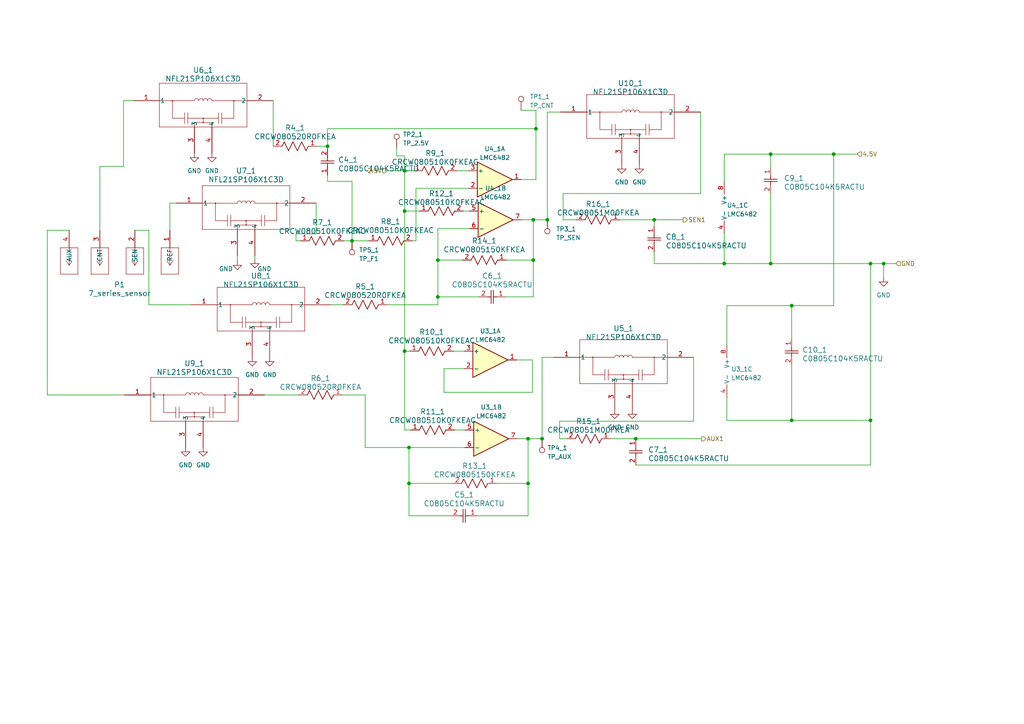
<source format=kicad_sch>
(kicad_sch (version 20230121) (generator eeschema)

  (uuid 24d41776-49a3-40eb-b774-b27367323f02)

  (paper "A4")

  (lib_symbols
    (symbol "2023-07-19_08-42-50:NFL21SP106X1C3D" (pin_names (offset 0.254)) (in_bom yes) (on_board yes)
      (property "Reference" "U" (at 20.32 10.16 0)
        (effects (font (size 1.524 1.524)))
      )
      (property "Value" "NFL21SP106X1C3D" (at 20.32 7.62 0)
        (effects (font (size 1.524 1.524)))
      )
      (property "Footprint" "GCAP_NFL21SP106X1C3D_MUR" (at 0 0 0)
        (effects (font (size 1.27 1.27) italic) hide)
      )
      (property "Datasheet" "NFL21SP106X1C3D" (at 0 0 0)
        (effects (font (size 1.27 1.27) italic) hide)
      )
      (property "ki_locked" "" (at 0 0 0)
        (effects (font (size 1.27 1.27)))
      )
      (property "ki_keywords" "NFL21SP106X1C3D" (at 0 0 0)
        (effects (font (size 1.27 1.27)) hide)
      )
      (property "ki_fp_filters" "GCAP_NFL21SP106X1C3D_MUR GCAP_NFL21SP106X1C3D_MUR-M GCAP_NFL21SP106X1C3D_MUR-L" (at 0 0 0)
        (effects (font (size 1.27 1.27)) hide)
      )
      (symbol "NFL21SP106X1C3D_0_1"
        (polyline
          (pts
            (xy 7.62 -7.62)
            (xy 33.02 -7.62)
          )
          (stroke (width 0.127) (type default))
          (fill (type none))
        )
        (polyline
          (pts
            (xy 7.62 0)
            (xy 17.78 0)
          )
          (stroke (width 0.127) (type default))
          (fill (type none))
        )
        (polyline
          (pts
            (xy 7.62 5.08)
            (xy 7.62 -7.62)
          )
          (stroke (width 0.127) (type default))
          (fill (type none))
        )
        (polyline
          (pts
            (xy 11.43 -5.08)
            (xy 14.9225 -5.08)
          )
          (stroke (width 0.127) (type default))
          (fill (type none))
        )
        (polyline
          (pts
            (xy 11.43 0)
            (xy 11.43 -5.08)
          )
          (stroke (width 0.127) (type default))
          (fill (type none))
        )
        (polyline
          (pts
            (xy 14.9225 -3.4925)
            (xy 14.9225 -6.6675)
          )
          (stroke (width 0.127) (type default))
          (fill (type none))
        )
        (polyline
          (pts
            (xy 15.875 -6.6675)
            (xy 15.875 -3.4925)
          )
          (stroke (width 0.127) (type default))
          (fill (type none))
        )
        (polyline
          (pts
            (xy 17.78 -6.35)
            (xy 17.78 -7.62)
          )
          (stroke (width 0.127) (type default))
          (fill (type none))
        )
        (polyline
          (pts
            (xy 17.78 -6.35)
            (xy 22.86 -6.35)
          )
          (stroke (width 0.127) (type default))
          (fill (type none))
        )
        (polyline
          (pts
            (xy 20.32 -6.35)
            (xy 20.32 -5.08)
          )
          (stroke (width 0.127) (type default))
          (fill (type none))
        )
        (polyline
          (pts
            (xy 22.86 -6.35)
            (xy 22.86 -7.62)
          )
          (stroke (width 0.127) (type default))
          (fill (type none))
        )
        (polyline
          (pts
            (xy 22.86 0)
            (xy 33.02 0)
          )
          (stroke (width 0.127) (type default))
          (fill (type none))
        )
        (polyline
          (pts
            (xy 24.765 -5.08)
            (xy 15.875 -5.08)
          )
          (stroke (width 0.127) (type default))
          (fill (type none))
        )
        (polyline
          (pts
            (xy 24.765 -3.4925)
            (xy 24.765 -6.6675)
          )
          (stroke (width 0.127) (type default))
          (fill (type none))
        )
        (polyline
          (pts
            (xy 25.7175 -5.08)
            (xy 29.21 -5.08)
          )
          (stroke (width 0.127) (type default))
          (fill (type none))
        )
        (polyline
          (pts
            (xy 25.7175 -3.4925)
            (xy 25.7175 -6.6675)
          )
          (stroke (width 0.127) (type default))
          (fill (type none))
        )
        (polyline
          (pts
            (xy 29.21 0)
            (xy 29.21 -5.08)
          )
          (stroke (width 0.127) (type default))
          (fill (type none))
        )
        (polyline
          (pts
            (xy 33.02 -7.62)
            (xy 33.02 5.08)
          )
          (stroke (width 0.127) (type default))
          (fill (type none))
        )
        (polyline
          (pts
            (xy 33.02 5.08)
            (xy 7.62 5.08)
          )
          (stroke (width 0.127) (type default))
          (fill (type none))
        )
        (circle (center 11.43 0) (radius 0.127)
          (stroke (width 0.127) (type default))
          (fill (type none))
        )
        (arc (start 19.05 0) (mid 18.415 0.6323) (end 17.78 0)
          (stroke (width 0.127) (type default))
          (fill (type none))
        )
        (circle (center 20.32 -6.35) (radius 0.127)
          (stroke (width 0.127) (type default))
          (fill (type none))
        )
        (circle (center 20.32 -5.08) (radius 0.127)
          (stroke (width 0.127) (type default))
          (fill (type none))
        )
        (arc (start 20.32 0) (mid 19.685 0.6323) (end 19.05 0)
          (stroke (width 0.127) (type default))
          (fill (type none))
        )
        (arc (start 21.59 0) (mid 20.955 0.6323) (end 20.32 0)
          (stroke (width 0.127) (type default))
          (fill (type none))
        )
        (arc (start 22.86 0) (mid 22.225 0.6323) (end 21.59 0)
          (stroke (width 0.127) (type default))
          (fill (type none))
        )
        (circle (center 29.21 0) (radius 0.127)
          (stroke (width 0.127) (type default))
          (fill (type none))
        )
        (pin unspecified line (at 0 0 0) (length 7.62)
          (name "1" (effects (font (size 1.27 1.27))))
          (number "1" (effects (font (size 1.27 1.27))))
        )
        (pin unspecified line (at 40.64 0 180) (length 7.62)
          (name "2" (effects (font (size 1.27 1.27))))
          (number "2" (effects (font (size 1.27 1.27))))
        )
        (pin unspecified line (at 17.78 -15.24 90) (length 7.62)
          (name "3" (effects (font (size 1.27 1.27))))
          (number "3" (effects (font (size 1.27 1.27))))
        )
        (pin unspecified line (at 22.86 -15.24 90) (length 7.62)
          (name "4" (effects (font (size 1.27 1.27))))
          (number "4" (effects (font (size 1.27 1.27))))
        )
      )
    )
    (symbol "7_series_sensor:7_series_sensor" (pin_names (offset 0.254)) (in_bom yes) (on_board yes)
      (property "Reference" "J" (at 8.89 6.35 0)
        (effects (font (size 1.524 1.524)))
      )
      (property "Value" "7_series_sensor" (at -2.54 6.35 0)
        (effects (font (size 1.524 1.524)))
      )
      (property "Footprint" "CONN_0331-0-15-15-18-14-10-0_MIM" (at 1.27 -5.08 0)
        (effects (font (size 1.27 1.27) italic) hide)
      )
      (property "Datasheet" "0331-0-15-15-18-14-10-0" (at 1.27 -2.54 0)
        (effects (font (size 1.27 1.27) italic) hide)
      )
      (property "ki_locked" "" (at 0 0 0)
        (effects (font (size 1.27 1.27)))
      )
      (property "ki_keywords" "0331-0-15-15-18-14-10-0" (at 0 0 0)
        (effects (font (size 1.27 1.27)) hide)
      )
      (property "ki_fp_filters" "CONN_0331-0-15-15-18-14-10-0_MIM" (at 0 0 0)
        (effects (font (size 1.27 1.27)) hide)
      )
      (symbol "7_series_sensor_1_1"
        (polyline
          (pts
            (xy -36.83 7.62)
            (xy -31.75 7.62)
          )
          (stroke (width 0.127) (type default))
          (fill (type none))
        )
        (polyline
          (pts
            (xy -36.83 15.24)
            (xy -36.83 7.62)
          )
          (stroke (width 0.127) (type default))
          (fill (type none))
        )
        (polyline
          (pts
            (xy -34.29 10.16)
            (xy -35.1367 11.43)
          )
          (stroke (width 0.127) (type default))
          (fill (type none))
        )
        (polyline
          (pts
            (xy -34.29 10.16)
            (xy -34.29 15.24)
          )
          (stroke (width 0.127) (type default))
          (fill (type none))
        )
        (polyline
          (pts
            (xy -34.29 10.16)
            (xy -33.4433 11.43)
          )
          (stroke (width 0.127) (type default))
          (fill (type none))
        )
        (polyline
          (pts
            (xy -31.75 7.62)
            (xy -31.75 15.24)
          )
          (stroke (width 0.127) (type default))
          (fill (type none))
        )
        (polyline
          (pts
            (xy -31.75 15.24)
            (xy -36.83 15.24)
          )
          (stroke (width 0.127) (type default))
          (fill (type none))
        )
        (polyline
          (pts
            (xy -27.94 7.62)
            (xy -22.86 7.62)
          )
          (stroke (width 0.127) (type default))
          (fill (type none))
        )
        (polyline
          (pts
            (xy -27.94 15.24)
            (xy -27.94 7.62)
          )
          (stroke (width 0.127) (type default))
          (fill (type none))
        )
        (polyline
          (pts
            (xy -25.4 10.16)
            (xy -26.2467 11.43)
          )
          (stroke (width 0.127) (type default))
          (fill (type none))
        )
        (polyline
          (pts
            (xy -25.4 10.16)
            (xy -25.4 15.24)
          )
          (stroke (width 0.127) (type default))
          (fill (type none))
        )
        (polyline
          (pts
            (xy -25.4 10.16)
            (xy -24.5533 11.43)
          )
          (stroke (width 0.127) (type default))
          (fill (type none))
        )
        (polyline
          (pts
            (xy -22.86 7.62)
            (xy -22.86 15.24)
          )
          (stroke (width 0.127) (type default))
          (fill (type none))
        )
        (polyline
          (pts
            (xy -22.86 15.24)
            (xy -27.94 15.24)
          )
          (stroke (width 0.127) (type default))
          (fill (type none))
        )
        (polyline
          (pts
            (xy -17.78 7.62)
            (xy -12.7 7.62)
          )
          (stroke (width 0.127) (type default))
          (fill (type none))
        )
        (polyline
          (pts
            (xy -17.78 15.24)
            (xy -17.78 7.62)
          )
          (stroke (width 0.127) (type default))
          (fill (type none))
        )
        (polyline
          (pts
            (xy -15.24 10.16)
            (xy -16.0867 11.43)
          )
          (stroke (width 0.127) (type default))
          (fill (type none))
        )
        (polyline
          (pts
            (xy -15.24 10.16)
            (xy -15.24 15.24)
          )
          (stroke (width 0.127) (type default))
          (fill (type none))
        )
        (polyline
          (pts
            (xy -15.24 10.16)
            (xy -14.3933 11.43)
          )
          (stroke (width 0.127) (type default))
          (fill (type none))
        )
        (polyline
          (pts
            (xy -12.7 7.62)
            (xy -12.7 15.24)
          )
          (stroke (width 0.127) (type default))
          (fill (type none))
        )
        (polyline
          (pts
            (xy -12.7 15.24)
            (xy -17.78 15.24)
          )
          (stroke (width 0.127) (type default))
          (fill (type none))
        )
        (polyline
          (pts
            (xy -7.62 7.62)
            (xy -2.54 7.62)
          )
          (stroke (width 0.127) (type default))
          (fill (type none))
        )
        (polyline
          (pts
            (xy -7.62 15.24)
            (xy -7.62 7.62)
          )
          (stroke (width 0.127) (type default))
          (fill (type none))
        )
        (polyline
          (pts
            (xy -5.08 10.16)
            (xy -5.9267 11.43)
          )
          (stroke (width 0.127) (type default))
          (fill (type none))
        )
        (polyline
          (pts
            (xy -5.08 10.16)
            (xy -5.08 15.24)
          )
          (stroke (width 0.127) (type default))
          (fill (type none))
        )
        (polyline
          (pts
            (xy -5.08 10.16)
            (xy -4.2333 11.43)
          )
          (stroke (width 0.127) (type default))
          (fill (type none))
        )
        (polyline
          (pts
            (xy -2.54 7.62)
            (xy -2.54 15.24)
          )
          (stroke (width 0.127) (type default))
          (fill (type none))
        )
        (polyline
          (pts
            (xy -2.54 15.24)
            (xy -7.62 15.24)
          )
          (stroke (width 0.127) (type default))
          (fill (type none))
        )
        (pin bidirectional line (at -5.08 20.32 270) (length 5.08)
          (name "REF" (effects (font (size 1.27 1.27))))
          (number "1" (effects (font (size 1.27 1.27))))
        )
        (pin bidirectional line (at -15.24 20.32 270) (length 5.08)
          (name "SEN" (effects (font (size 1.27 1.27))))
          (number "2" (effects (font (size 1.27 1.27))))
        )
        (pin bidirectional line (at -25.4 20.32 270) (length 5.08)
          (name "CNT" (effects (font (size 1.27 1.27))))
          (number "3" (effects (font (size 1.27 1.27))))
        )
        (pin bidirectional line (at -34.29 20.32 270) (length 5.08)
          (name "AUX" (effects (font (size 1.27 1.27))))
          (number "4" (effects (font (size 1.27 1.27))))
        )
      )
      (symbol "7_series_sensor_1_2"
        (polyline
          (pts
            (xy 5.08 -2.54)
            (xy 12.7 -2.54)
          )
          (stroke (width 0.127) (type default))
          (fill (type none))
        )
        (polyline
          (pts
            (xy 5.08 2.54)
            (xy 5.08 -2.54)
          )
          (stroke (width 0.127) (type default))
          (fill (type none))
        )
        (polyline
          (pts
            (xy 7.62 0)
            (xy 5.08 0)
          )
          (stroke (width 0.127) (type default))
          (fill (type none))
        )
        (polyline
          (pts
            (xy 7.62 0)
            (xy 8.89 -0.8467)
          )
          (stroke (width 0.127) (type default))
          (fill (type none))
        )
        (polyline
          (pts
            (xy 7.62 0)
            (xy 8.89 0.8467)
          )
          (stroke (width 0.127) (type default))
          (fill (type none))
        )
        (polyline
          (pts
            (xy 12.7 -2.54)
            (xy 12.7 2.54)
          )
          (stroke (width 0.127) (type default))
          (fill (type none))
        )
        (polyline
          (pts
            (xy 12.7 2.54)
            (xy 5.08 2.54)
          )
          (stroke (width 0.127) (type default))
          (fill (type none))
        )
        (pin unspecified line (at 0 0 0) (length 5.08)
          (name "1" (effects (font (size 1.27 1.27))))
          (number "1" (effects (font (size 1.27 1.27))))
        )
      )
    )
    (symbol "Amplifier_Operational:LMC6482" (pin_names (offset 0.127)) (in_bom yes) (on_board yes)
      (property "Reference" "U" (at 0 5.08 0)
        (effects (font (size 1.27 1.27)) (justify left))
      )
      (property "Value" "LMC6482" (at 0 -5.08 0)
        (effects (font (size 1.27 1.27)) (justify left))
      )
      (property "Footprint" "" (at 0 0 0)
        (effects (font (size 1.27 1.27)) hide)
      )
      (property "Datasheet" "http://www.ti.com/lit/ds/symlink/lmc6482.pdf" (at 0 0 0)
        (effects (font (size 1.27 1.27)) hide)
      )
      (property "ki_locked" "" (at 0 0 0)
        (effects (font (size 1.27 1.27)))
      )
      (property "ki_keywords" "dual opamp" (at 0 0 0)
        (effects (font (size 1.27 1.27)) hide)
      )
      (property "ki_description" "Dual CMOS Rail-to-Rail Input and Output Operational Amplifier, DIP-8/SOIC-8, SSOP-8" (at 0 0 0)
        (effects (font (size 1.27 1.27)) hide)
      )
      (property "ki_fp_filters" "SOIC*3.9x4.9mm*P1.27mm* DIP*W7.62mm* TO*99* OnSemi*Micro8* TSSOP*3x3mm*P0.65mm* TSSOP*4.4x3mm*P0.65mm* MSOP*3x3mm*P0.65mm* SSOP*3.9x4.9mm*P0.635mm* LFCSP*2x2mm*P0.5mm* *SIP* SOIC*5.3x6.2mm*P1.27mm*" (at 0 0 0)
        (effects (font (size 1.27 1.27)) hide)
      )
      (symbol "LMC6482_1_1"
        (polyline
          (pts
            (xy -5.08 5.08)
            (xy 5.08 0)
            (xy -5.08 -5.08)
            (xy -5.08 5.08)
          )
          (stroke (width 0.254) (type default))
          (fill (type background))
        )
        (pin output line (at 7.62 0 180) (length 2.54)
          (name "~" (effects (font (size 1.27 1.27))))
          (number "1" (effects (font (size 1.27 1.27))))
        )
        (pin input line (at -7.62 -2.54 0) (length 2.54)
          (name "-" (effects (font (size 1.27 1.27))))
          (number "2" (effects (font (size 1.27 1.27))))
        )
        (pin input line (at -7.62 2.54 0) (length 2.54)
          (name "+" (effects (font (size 1.27 1.27))))
          (number "3" (effects (font (size 1.27 1.27))))
        )
      )
      (symbol "LMC6482_2_1"
        (polyline
          (pts
            (xy -5.08 5.08)
            (xy 5.08 0)
            (xy -5.08 -5.08)
            (xy -5.08 5.08)
          )
          (stroke (width 0.254) (type default))
          (fill (type background))
        )
        (pin input line (at -7.62 2.54 0) (length 2.54)
          (name "+" (effects (font (size 1.27 1.27))))
          (number "5" (effects (font (size 1.27 1.27))))
        )
        (pin input line (at -7.62 -2.54 0) (length 2.54)
          (name "-" (effects (font (size 1.27 1.27))))
          (number "6" (effects (font (size 1.27 1.27))))
        )
        (pin output line (at 7.62 0 180) (length 2.54)
          (name "~" (effects (font (size 1.27 1.27))))
          (number "7" (effects (font (size 1.27 1.27))))
        )
      )
      (symbol "LMC6482_3_1"
        (pin power_in line (at -2.54 -7.62 90) (length 3.81)
          (name "V-" (effects (font (size 1.27 1.27))))
          (number "4" (effects (font (size 1.27 1.27))))
        )
        (pin power_in line (at -2.54 7.62 270) (length 3.81)
          (name "V+" (effects (font (size 1.27 1.27))))
          (number "8" (effects (font (size 1.27 1.27))))
        )
      )
    )
    (symbol "Connector:TestPoint" (pin_numbers hide) (pin_names (offset 0.762) hide) (in_bom yes) (on_board yes)
      (property "Reference" "TP" (at 0 6.858 0)
        (effects (font (size 1.27 1.27)))
      )
      (property "Value" "TestPoint" (at 0 5.08 0)
        (effects (font (size 1.27 1.27)))
      )
      (property "Footprint" "" (at 5.08 0 0)
        (effects (font (size 1.27 1.27)) hide)
      )
      (property "Datasheet" "~" (at 5.08 0 0)
        (effects (font (size 1.27 1.27)) hide)
      )
      (property "ki_keywords" "test point tp" (at 0 0 0)
        (effects (font (size 1.27 1.27)) hide)
      )
      (property "ki_description" "test point" (at 0 0 0)
        (effects (font (size 1.27 1.27)) hide)
      )
      (property "ki_fp_filters" "Pin* Test*" (at 0 0 0)
        (effects (font (size 1.27 1.27)) hide)
      )
      (symbol "TestPoint_0_1"
        (circle (center 0 3.302) (radius 0.762)
          (stroke (width 0) (type default))
          (fill (type none))
        )
      )
      (symbol "TestPoint_1_1"
        (pin passive line (at 0 0 90) (length 2.54)
          (name "1" (effects (font (size 1.27 1.27))))
          (number "1" (effects (font (size 1.27 1.27))))
        )
      )
    )
    (symbol "Vishay_10k:CRCW080510K0FKEAC" (pin_names (offset 0.254)) (in_bom yes) (on_board yes)
      (property "Reference" "R" (at 5.715 3.81 0)
        (effects (font (size 1.524 1.524)))
      )
      (property "Value" "CRCW080510K0FKEAC" (at 6.35 -3.81 0)
        (effects (font (size 1.524 1.524)))
      )
      (property "Footprint" "RES_CRCW_0805_VIS" (at 0 0 0)
        (effects (font (size 1.27 1.27) italic) hide)
      )
      (property "Datasheet" "CRCW080510K0FKEAC" (at 0 0 0)
        (effects (font (size 1.27 1.27) italic) hide)
      )
      (property "ki_locked" "" (at 0 0 0)
        (effects (font (size 1.27 1.27)))
      )
      (property "ki_keywords" "CRCW080510K0FKEAC" (at 0 0 0)
        (effects (font (size 1.27 1.27)) hide)
      )
      (property "ki_fp_filters" "RES_CRCW_0805_VIS RES_CRCW_0805_VIS-M RES_CRCW_0805_VIS-L" (at 0 0 0)
        (effects (font (size 1.27 1.27)) hide)
      )
      (symbol "CRCW080510K0FKEAC_1_1"
        (polyline
          (pts
            (xy 2.54 0)
            (xy 3.175 1.27)
          )
          (stroke (width 0.2032) (type default))
          (fill (type none))
        )
        (polyline
          (pts
            (xy 3.175 1.27)
            (xy 4.445 -1.27)
          )
          (stroke (width 0.2032) (type default))
          (fill (type none))
        )
        (polyline
          (pts
            (xy 4.445 -1.27)
            (xy 5.715 1.27)
          )
          (stroke (width 0.2032) (type default))
          (fill (type none))
        )
        (polyline
          (pts
            (xy 5.715 1.27)
            (xy 6.985 -1.27)
          )
          (stroke (width 0.2032) (type default))
          (fill (type none))
        )
        (polyline
          (pts
            (xy 6.985 -1.27)
            (xy 8.255 1.27)
          )
          (stroke (width 0.2032) (type default))
          (fill (type none))
        )
        (polyline
          (pts
            (xy 8.255 1.27)
            (xy 9.525 -1.27)
          )
          (stroke (width 0.2032) (type default))
          (fill (type none))
        )
        (polyline
          (pts
            (xy 9.525 -1.27)
            (xy 10.16 0)
          )
          (stroke (width 0.2032) (type default))
          (fill (type none))
        )
        (pin unspecified line (at 0 0 0) (length 2.54)
          (name "" (effects (font (size 1.27 1.27))))
          (number "1" (effects (font (size 1.27 1.27))))
        )
        (pin unspecified line (at 12.7 0 180) (length 2.54)
          (name "" (effects (font (size 1.27 1.27))))
          (number "2" (effects (font (size 1.27 1.27))))
        )
      )
      (symbol "CRCW080510K0FKEAC_1_2"
        (polyline
          (pts
            (xy -1.27 3.175)
            (xy 1.27 4.445)
          )
          (stroke (width 0.2032) (type default))
          (fill (type none))
        )
        (polyline
          (pts
            (xy -1.27 5.715)
            (xy 1.27 6.985)
          )
          (stroke (width 0.2032) (type default))
          (fill (type none))
        )
        (polyline
          (pts
            (xy -1.27 8.255)
            (xy 1.27 9.525)
          )
          (stroke (width 0.2032) (type default))
          (fill (type none))
        )
        (polyline
          (pts
            (xy 0 2.54)
            (xy -1.27 3.175)
          )
          (stroke (width 0.2032) (type default))
          (fill (type none))
        )
        (polyline
          (pts
            (xy 1.27 4.445)
            (xy -1.27 5.715)
          )
          (stroke (width 0.2032) (type default))
          (fill (type none))
        )
        (polyline
          (pts
            (xy 1.27 6.985)
            (xy -1.27 8.255)
          )
          (stroke (width 0.2032) (type default))
          (fill (type none))
        )
        (polyline
          (pts
            (xy 1.27 9.525)
            (xy 0 10.16)
          )
          (stroke (width 0.2032) (type default))
          (fill (type none))
        )
        (pin unspecified line (at 0 12.7 270) (length 2.54)
          (name "" (effects (font (size 1.27 1.27))))
          (number "1" (effects (font (size 1.27 1.27))))
        )
        (pin unspecified line (at 0 0 90) (length 2.54)
          (name "" (effects (font (size 1.27 1.27))))
          (number "2" (effects (font (size 1.27 1.27))))
        )
      )
    )
    (symbol "Vishay_150k:CRCW0805150KFKEA" (pin_names (offset 0.254)) (in_bom yes) (on_board yes)
      (property "Reference" "R" (at 5.715 3.81 0)
        (effects (font (size 1.524 1.524)))
      )
      (property "Value" "CRCW0805150KFKEA" (at 6.35 -3.81 0)
        (effects (font (size 1.524 1.524)))
      )
      (property "Footprint" "RC0805N_VIS" (at 0 0 0)
        (effects (font (size 1.27 1.27) italic) hide)
      )
      (property "Datasheet" "CRCW0805150KFKEA" (at 0 0 0)
        (effects (font (size 1.27 1.27) italic) hide)
      )
      (property "ki_locked" "" (at 0 0 0)
        (effects (font (size 1.27 1.27)))
      )
      (property "ki_keywords" "CRCW0805150KFKEA" (at 0 0 0)
        (effects (font (size 1.27 1.27)) hide)
      )
      (property "ki_fp_filters" "RC0805N_VIS RC0805N_VIS-M RC0805N_VIS-L" (at 0 0 0)
        (effects (font (size 1.27 1.27)) hide)
      )
      (symbol "CRCW0805150KFKEA_1_1"
        (polyline
          (pts
            (xy 2.54 0)
            (xy 3.175 1.27)
          )
          (stroke (width 0.2032) (type default))
          (fill (type none))
        )
        (polyline
          (pts
            (xy 3.175 1.27)
            (xy 4.445 -1.27)
          )
          (stroke (width 0.2032) (type default))
          (fill (type none))
        )
        (polyline
          (pts
            (xy 4.445 -1.27)
            (xy 5.715 1.27)
          )
          (stroke (width 0.2032) (type default))
          (fill (type none))
        )
        (polyline
          (pts
            (xy 5.715 1.27)
            (xy 6.985 -1.27)
          )
          (stroke (width 0.2032) (type default))
          (fill (type none))
        )
        (polyline
          (pts
            (xy 6.985 -1.27)
            (xy 8.255 1.27)
          )
          (stroke (width 0.2032) (type default))
          (fill (type none))
        )
        (polyline
          (pts
            (xy 8.255 1.27)
            (xy 9.525 -1.27)
          )
          (stroke (width 0.2032) (type default))
          (fill (type none))
        )
        (polyline
          (pts
            (xy 9.525 -1.27)
            (xy 10.16 0)
          )
          (stroke (width 0.2032) (type default))
          (fill (type none))
        )
        (pin unspecified line (at 12.7 0 180) (length 2.54)
          (name "" (effects (font (size 1.27 1.27))))
          (number "1" (effects (font (size 1.27 1.27))))
        )
        (pin unspecified line (at 0 0 0) (length 2.54)
          (name "" (effects (font (size 1.27 1.27))))
          (number "2" (effects (font (size 1.27 1.27))))
        )
      )
      (symbol "CRCW0805150KFKEA_1_2"
        (polyline
          (pts
            (xy -1.27 3.175)
            (xy 1.27 4.445)
          )
          (stroke (width 0.2032) (type default))
          (fill (type none))
        )
        (polyline
          (pts
            (xy -1.27 5.715)
            (xy 1.27 6.985)
          )
          (stroke (width 0.2032) (type default))
          (fill (type none))
        )
        (polyline
          (pts
            (xy -1.27 8.255)
            (xy 1.27 9.525)
          )
          (stroke (width 0.2032) (type default))
          (fill (type none))
        )
        (polyline
          (pts
            (xy 0 2.54)
            (xy -1.27 3.175)
          )
          (stroke (width 0.2032) (type default))
          (fill (type none))
        )
        (polyline
          (pts
            (xy 1.27 4.445)
            (xy -1.27 5.715)
          )
          (stroke (width 0.2032) (type default))
          (fill (type none))
        )
        (polyline
          (pts
            (xy 1.27 6.985)
            (xy -1.27 8.255)
          )
          (stroke (width 0.2032) (type default))
          (fill (type none))
        )
        (polyline
          (pts
            (xy 1.27 9.525)
            (xy 0 10.16)
          )
          (stroke (width 0.2032) (type default))
          (fill (type none))
        )
        (pin unspecified line (at 0 12.7 270) (length 2.54)
          (name "" (effects (font (size 1.27 1.27))))
          (number "1" (effects (font (size 1.27 1.27))))
        )
        (pin unspecified line (at 0 0 90) (length 2.54)
          (name "" (effects (font (size 1.27 1.27))))
          (number "2" (effects (font (size 1.27 1.27))))
        )
      )
    )
    (symbol "Vishay_1M:CRCW08051M00FKEA" (pin_names (offset 0.254)) (in_bom yes) (on_board yes)
      (property "Reference" "R" (at 5.715 3.81 0)
        (effects (font (size 1.524 1.524)))
      )
      (property "Value" "CRCW08051M00FKEA" (at 6.35 -3.81 0)
        (effects (font (size 1.524 1.524)))
      )
      (property "Footprint" "RES_CRCW_0805" (at 0 0 0)
        (effects (font (size 1.27 1.27) italic) hide)
      )
      (property "Datasheet" "CRCW08051M00FKEA" (at 0 0 0)
        (effects (font (size 1.27 1.27) italic) hide)
      )
      (property "ki_locked" "" (at 0 0 0)
        (effects (font (size 1.27 1.27)))
      )
      (property "ki_keywords" "CRCW08051M00FKEA" (at 0 0 0)
        (effects (font (size 1.27 1.27)) hide)
      )
      (property "ki_fp_filters" "RES_CRCW_0805 RES_CRCW_0805-M RES_CRCW_0805-L" (at 0 0 0)
        (effects (font (size 1.27 1.27)) hide)
      )
      (symbol "CRCW08051M00FKEA_1_1"
        (polyline
          (pts
            (xy 2.54 0)
            (xy 3.175 1.27)
          )
          (stroke (width 0.2032) (type default))
          (fill (type none))
        )
        (polyline
          (pts
            (xy 3.175 1.27)
            (xy 4.445 -1.27)
          )
          (stroke (width 0.2032) (type default))
          (fill (type none))
        )
        (polyline
          (pts
            (xy 4.445 -1.27)
            (xy 5.715 1.27)
          )
          (stroke (width 0.2032) (type default))
          (fill (type none))
        )
        (polyline
          (pts
            (xy 5.715 1.27)
            (xy 6.985 -1.27)
          )
          (stroke (width 0.2032) (type default))
          (fill (type none))
        )
        (polyline
          (pts
            (xy 6.985 -1.27)
            (xy 8.255 1.27)
          )
          (stroke (width 0.2032) (type default))
          (fill (type none))
        )
        (polyline
          (pts
            (xy 8.255 1.27)
            (xy 9.525 -1.27)
          )
          (stroke (width 0.2032) (type default))
          (fill (type none))
        )
        (polyline
          (pts
            (xy 9.525 -1.27)
            (xy 10.16 0)
          )
          (stroke (width 0.2032) (type default))
          (fill (type none))
        )
        (pin unspecified line (at 12.7 0 180) (length 2.54)
          (name "" (effects (font (size 1.27 1.27))))
          (number "1" (effects (font (size 1.27 1.27))))
        )
        (pin unspecified line (at 0 0 0) (length 2.54)
          (name "" (effects (font (size 1.27 1.27))))
          (number "2" (effects (font (size 1.27 1.27))))
        )
      )
      (symbol "CRCW08051M00FKEA_1_2"
        (polyline
          (pts
            (xy -1.27 3.175)
            (xy 1.27 4.445)
          )
          (stroke (width 0.2032) (type default))
          (fill (type none))
        )
        (polyline
          (pts
            (xy -1.27 5.715)
            (xy 1.27 6.985)
          )
          (stroke (width 0.2032) (type default))
          (fill (type none))
        )
        (polyline
          (pts
            (xy -1.27 8.255)
            (xy 1.27 9.525)
          )
          (stroke (width 0.2032) (type default))
          (fill (type none))
        )
        (polyline
          (pts
            (xy 0 2.54)
            (xy -1.27 3.175)
          )
          (stroke (width 0.2032) (type default))
          (fill (type none))
        )
        (polyline
          (pts
            (xy 1.27 4.445)
            (xy -1.27 5.715)
          )
          (stroke (width 0.2032) (type default))
          (fill (type none))
        )
        (polyline
          (pts
            (xy 1.27 6.985)
            (xy -1.27 8.255)
          )
          (stroke (width 0.2032) (type default))
          (fill (type none))
        )
        (polyline
          (pts
            (xy 1.27 9.525)
            (xy 0 10.16)
          )
          (stroke (width 0.2032) (type default))
          (fill (type none))
        )
        (pin unspecified line (at 0 12.7 270) (length 2.54)
          (name "" (effects (font (size 1.27 1.27))))
          (number "1" (effects (font (size 1.27 1.27))))
        )
        (pin unspecified line (at 0 0 90) (length 2.54)
          (name "" (effects (font (size 1.27 1.27))))
          (number "2" (effects (font (size 1.27 1.27))))
        )
      )
    )
    (symbol "Vishay_20R:CRCW080520R0FKEA" (pin_names (offset 0.254)) (in_bom yes) (on_board yes)
      (property "Reference" "R" (at 5.715 3.81 0)
        (effects (font (size 1.524 1.524)))
      )
      (property "Value" "CRCW080520R0FKEA" (at 6.35 -3.81 0)
        (effects (font (size 1.524 1.524)))
      )
      (property "Footprint" "RC0805N_VIS" (at 0 0 0)
        (effects (font (size 1.27 1.27) italic) hide)
      )
      (property "Datasheet" "CRCW080520R0FKEA" (at 0 0 0)
        (effects (font (size 1.27 1.27) italic) hide)
      )
      (property "ki_locked" "" (at 0 0 0)
        (effects (font (size 1.27 1.27)))
      )
      (property "ki_keywords" "CRCW080520R0FKEA" (at 0 0 0)
        (effects (font (size 1.27 1.27)) hide)
      )
      (property "ki_fp_filters" "RC0805N_VIS RC0805N_VIS-M RC0805N_VIS-L" (at 0 0 0)
        (effects (font (size 1.27 1.27)) hide)
      )
      (symbol "CRCW080520R0FKEA_1_1"
        (polyline
          (pts
            (xy 2.54 0)
            (xy 3.175 1.27)
          )
          (stroke (width 0.2032) (type default))
          (fill (type none))
        )
        (polyline
          (pts
            (xy 3.175 1.27)
            (xy 4.445 -1.27)
          )
          (stroke (width 0.2032) (type default))
          (fill (type none))
        )
        (polyline
          (pts
            (xy 4.445 -1.27)
            (xy 5.715 1.27)
          )
          (stroke (width 0.2032) (type default))
          (fill (type none))
        )
        (polyline
          (pts
            (xy 5.715 1.27)
            (xy 6.985 -1.27)
          )
          (stroke (width 0.2032) (type default))
          (fill (type none))
        )
        (polyline
          (pts
            (xy 6.985 -1.27)
            (xy 8.255 1.27)
          )
          (stroke (width 0.2032) (type default))
          (fill (type none))
        )
        (polyline
          (pts
            (xy 8.255 1.27)
            (xy 9.525 -1.27)
          )
          (stroke (width 0.2032) (type default))
          (fill (type none))
        )
        (polyline
          (pts
            (xy 9.525 -1.27)
            (xy 10.16 0)
          )
          (stroke (width 0.2032) (type default))
          (fill (type none))
        )
        (pin unspecified line (at 12.7 0 180) (length 2.54)
          (name "" (effects (font (size 1.27 1.27))))
          (number "1" (effects (font (size 1.27 1.27))))
        )
        (pin unspecified line (at 0 0 0) (length 2.54)
          (name "" (effects (font (size 1.27 1.27))))
          (number "2" (effects (font (size 1.27 1.27))))
        )
      )
      (symbol "CRCW080520R0FKEA_1_2"
        (polyline
          (pts
            (xy -1.27 3.175)
            (xy 1.27 4.445)
          )
          (stroke (width 0.2032) (type default))
          (fill (type none))
        )
        (polyline
          (pts
            (xy -1.27 5.715)
            (xy 1.27 6.985)
          )
          (stroke (width 0.2032) (type default))
          (fill (type none))
        )
        (polyline
          (pts
            (xy -1.27 8.255)
            (xy 1.27 9.525)
          )
          (stroke (width 0.2032) (type default))
          (fill (type none))
        )
        (polyline
          (pts
            (xy 0 2.54)
            (xy -1.27 3.175)
          )
          (stroke (width 0.2032) (type default))
          (fill (type none))
        )
        (polyline
          (pts
            (xy 1.27 4.445)
            (xy -1.27 5.715)
          )
          (stroke (width 0.2032) (type default))
          (fill (type none))
        )
        (polyline
          (pts
            (xy 1.27 6.985)
            (xy -1.27 8.255)
          )
          (stroke (width 0.2032) (type default))
          (fill (type none))
        )
        (polyline
          (pts
            (xy 1.27 9.525)
            (xy 0 10.16)
          )
          (stroke (width 0.2032) (type default))
          (fill (type none))
        )
        (pin unspecified line (at 0 12.7 270) (length 2.54)
          (name "" (effects (font (size 1.27 1.27))))
          (number "1" (effects (font (size 1.27 1.27))))
        )
        (pin unspecified line (at 0 0 90) (length 2.54)
          (name "" (effects (font (size 1.27 1.27))))
          (number "2" (effects (font (size 1.27 1.27))))
        )
      )
    )
    (symbol "kemet_0.1uf:C0805C104K5RACTU" (pin_names (offset 0.254)) (in_bom yes) (on_board yes)
      (property "Reference" "C" (at 3.81 3.81 0)
        (effects (font (size 1.524 1.524)))
      )
      (property "Value" "C0805C104K5RACTU" (at 3.81 -3.81 0)
        (effects (font (size 1.524 1.524)))
      )
      (property "Footprint" "CAPC220145_88N_KEM" (at 0 0 0)
        (effects (font (size 1.27 1.27) italic) hide)
      )
      (property "Datasheet" "C0805C104K5RACTU" (at 0 0 0)
        (effects (font (size 1.27 1.27) italic) hide)
      )
      (property "ki_locked" "" (at 0 0 0)
        (effects (font (size 1.27 1.27)))
      )
      (property "ki_keywords" "C0805C104K5RACTU" (at 0 0 0)
        (effects (font (size 1.27 1.27)) hide)
      )
      (property "ki_fp_filters" "CAPC220145_88N_KEM CAPC220145_88N_KEM-M CAPC220145_88N_KEM-L" (at 0 0 0)
        (effects (font (size 1.27 1.27)) hide)
      )
      (symbol "C0805C104K5RACTU_1_1"
        (polyline
          (pts
            (xy 2.54 0)
            (xy 3.4798 0)
          )
          (stroke (width 0.2032) (type default))
          (fill (type none))
        )
        (polyline
          (pts
            (xy 3.4798 -1.905)
            (xy 3.4798 1.905)
          )
          (stroke (width 0.2032) (type default))
          (fill (type none))
        )
        (polyline
          (pts
            (xy 4.1148 -1.905)
            (xy 4.1148 1.905)
          )
          (stroke (width 0.2032) (type default))
          (fill (type none))
        )
        (polyline
          (pts
            (xy 4.1148 0)
            (xy 5.08 0)
          )
          (stroke (width 0.2032) (type default))
          (fill (type none))
        )
        (pin unspecified line (at 0 0 0) (length 2.54)
          (name "" (effects (font (size 1.27 1.27))))
          (number "1" (effects (font (size 1.27 1.27))))
        )
        (pin unspecified line (at 7.62 0 180) (length 2.54)
          (name "" (effects (font (size 1.27 1.27))))
          (number "2" (effects (font (size 1.27 1.27))))
        )
      )
      (symbol "C0805C104K5RACTU_1_2"
        (polyline
          (pts
            (xy -1.905 -4.1148)
            (xy 1.905 -4.1148)
          )
          (stroke (width 0.2032) (type default))
          (fill (type none))
        )
        (polyline
          (pts
            (xy -1.905 -3.4798)
            (xy 1.905 -3.4798)
          )
          (stroke (width 0.2032) (type default))
          (fill (type none))
        )
        (polyline
          (pts
            (xy 0 -4.1148)
            (xy 0 -5.08)
          )
          (stroke (width 0.2032) (type default))
          (fill (type none))
        )
        (polyline
          (pts
            (xy 0 -2.54)
            (xy 0 -3.4798)
          )
          (stroke (width 0.2032) (type default))
          (fill (type none))
        )
        (pin unspecified line (at 0 0 270) (length 2.54)
          (name "" (effects (font (size 1.27 1.27))))
          (number "1" (effects (font (size 1.27 1.27))))
        )
        (pin unspecified line (at 0 -7.62 90) (length 2.54)
          (name "" (effects (font (size 1.27 1.27))))
          (number "2" (effects (font (size 1.27 1.27))))
        )
      )
    )
    (symbol "power:GND" (power) (pin_names (offset 0)) (in_bom yes) (on_board yes)
      (property "Reference" "#PWR" (at 0 -6.35 0)
        (effects (font (size 1.27 1.27)) hide)
      )
      (property "Value" "GND" (at 0 -3.81 0)
        (effects (font (size 1.27 1.27)))
      )
      (property "Footprint" "" (at 0 0 0)
        (effects (font (size 1.27 1.27)) hide)
      )
      (property "Datasheet" "" (at 0 0 0)
        (effects (font (size 1.27 1.27)) hide)
      )
      (property "ki_keywords" "global power" (at 0 0 0)
        (effects (font (size 1.27 1.27)) hide)
      )
      (property "ki_description" "Power symbol creates a global label with name \"GND\" , ground" (at 0 0 0)
        (effects (font (size 1.27 1.27)) hide)
      )
      (symbol "GND_0_1"
        (polyline
          (pts
            (xy 0 0)
            (xy 0 -1.27)
            (xy 1.27 -1.27)
            (xy 0 -2.54)
            (xy -1.27 -1.27)
            (xy 0 -1.27)
          )
          (stroke (width 0) (type default))
          (fill (type none))
        )
      )
      (symbol "GND_1_1"
        (pin power_in line (at 0 0 270) (length 0) hide
          (name "GND" (effects (font (size 1.27 1.27))))
          (number "1" (effects (font (size 1.27 1.27))))
        )
      )
    )
  )

  (junction (at 229.616 88.646) (diameter 0) (color 0 0 0 0)
    (uuid 0f6a74c4-4ec7-419e-98ef-b4633c91e7c8)
  )
  (junction (at 153.162 127.254) (diameter 0) (color 0 0 0 0)
    (uuid 10cf5cf2-25c0-4b2c-987f-7e349e0a4ea4)
  )
  (junction (at 158.75 63.754) (diameter 0) (color 0 0 0 0)
    (uuid 1b7285e2-e1d6-4586-8b4e-64f5bea1c86e)
  )
  (junction (at 210.058 76.454) (diameter 0) (color 0 0 0 0)
    (uuid 2459fbaf-af8b-4e0c-bf11-c382e1cbb92d)
  )
  (junction (at 94.996 42.418) (diameter 0) (color 0 0 0 0)
    (uuid 27d7d6f3-fad6-4731-8b7b-4b96127545cf)
  )
  (junction (at 153.162 140.208) (diameter 0) (color 0 0 0 0)
    (uuid 2d7c50d9-4d90-4581-b6da-7b98e13274b6)
  )
  (junction (at 256.286 76.454) (diameter 0) (color 0 0 0 0)
    (uuid 3e5788fb-5461-433d-8c2a-b0a89e075f0a)
  )
  (junction (at 154.686 63.754) (diameter 0) (color 0 0 0 0)
    (uuid 3e5c4816-72bc-47f5-a635-2fac85af1709)
  )
  (junction (at 252.476 76.454) (diameter 0) (color 0 0 0 0)
    (uuid 4261c44f-e296-488e-ab0f-2ff050651bca)
  )
  (junction (at 241.808 44.704) (diameter 0) (color 0 0 0 0)
    (uuid 4bd61857-0b50-416f-a132-5bd52f3577b2)
  )
  (junction (at 102.108 69.85) (diameter 0) (color 0 0 0 0)
    (uuid 571e62e6-d73b-4ed4-af08-926f4cded8c1)
  )
  (junction (at 184.404 127.254) (diameter 0) (color 0 0 0 0)
    (uuid 5e142da0-25d8-43c0-864c-ceb9c8353454)
  )
  (junction (at 189.738 63.754) (diameter 0) (color 0 0 0 0)
    (uuid 65a33864-1a7b-4282-a914-00c9084e8e89)
  )
  (junction (at 223.52 44.704) (diameter 0) (color 0 0 0 0)
    (uuid 6a5999bc-46f5-4fa5-bedb-d02091d8d8b2)
  )
  (junction (at 117.348 101.854) (diameter 0) (color 0 0 0 0)
    (uuid 6d98bece-cc96-4107-8205-0247e43f38d8)
  )
  (junction (at 154.686 75.438) (diameter 0) (color 0 0 0 0)
    (uuid 725cbc08-3610-4d95-87b4-4b57c27fd3aa)
  )
  (junction (at 223.52 76.454) (diameter 0) (color 0 0 0 0)
    (uuid 79c7c0ae-fcb2-423a-b1f0-0e0d1105b669)
  )
  (junction (at 229.616 121.92) (diameter 0) (color 0 0 0 0)
    (uuid 90fda9b0-38a0-4a28-81fb-ac345c3b8a4b)
  )
  (junction (at 252.476 121.92) (diameter 0) (color 0 0 0 0)
    (uuid 92f2f42d-e396-4b24-8ca5-25cd627fc8ee)
  )
  (junction (at 118.618 140.208) (diameter 0) (color 0 0 0 0)
    (uuid 960a3336-9894-46ee-a7e7-51682190fdc5)
  )
  (junction (at 117.348 49.53) (diameter 0) (color 0 0 0 0)
    (uuid a8608568-55c0-4564-8af9-13fc03d0cf55)
  )
  (junction (at 117.348 61.214) (diameter 0) (color 0 0 0 0)
    (uuid baaf5abd-4a10-4432-832d-58208263bc76)
  )
  (junction (at 157.226 127.254) (diameter 0) (color 0 0 0 0)
    (uuid c28a5ba7-5567-4053-a6cd-94a728fbdd51)
  )
  (junction (at 118.618 129.794) (diameter 0) (color 0 0 0 0)
    (uuid c9d3b397-7040-4eb7-a114-f040d84fab78)
  )
  (junction (at 127 75.438) (diameter 0) (color 0 0 0 0)
    (uuid edb7d47e-9725-4599-b223-4b8597d3e860)
  )
  (junction (at 127 86.106) (diameter 0) (color 0 0 0 0)
    (uuid f6cbf377-ad7d-48ff-adf5-65ca33c1f764)
  )
  (junction (at 155.448 37.338) (diameter 0) (color 0 0 0 0)
    (uuid fb34752d-dd34-47e2-9017-5a6b0f9aeb3b)
  )

  (wire (pts (xy 203.2 32.512) (xy 203.2 56.134))
    (stroke (width 0) (type default))
    (uuid 01ea5bca-74ad-4fc6-beec-24509360d0f5)
  )
  (wire (pts (xy 153.162 127.254) (xy 157.226 127.254))
    (stroke (width 0) (type default))
    (uuid 074d7d55-f321-4ec9-a4f7-54c7189e2179)
  )
  (wire (pts (xy 102.108 69.85) (xy 106.934 69.85))
    (stroke (width 0) (type default))
    (uuid 07586874-0825-4179-9d37-c8e4fc6ff69f)
  )
  (wire (pts (xy 94.996 42.418) (xy 94.996 37.338))
    (stroke (width 0) (type default))
    (uuid 07adf008-e942-4ea7-bf4f-ed8067e12070)
  )
  (wire (pts (xy 151.13 52.07) (xy 155.448 52.07))
    (stroke (width 0) (type default))
    (uuid 0847d68e-ed78-4155-af0f-35befe6c80a4)
  )
  (wire (pts (xy 154.686 63.754) (xy 154.686 75.438))
    (stroke (width 0) (type default))
    (uuid 0c05a6fd-5bea-4493-a2af-e33db2f902ba)
  )
  (wire (pts (xy 189.738 63.754) (xy 189.738 65.532))
    (stroke (width 0) (type default))
    (uuid 0ca644ad-aa3c-4213-8fde-c6c1111d3ff3)
  )
  (wire (pts (xy 189.738 73.152) (xy 189.738 76.454))
    (stroke (width 0) (type default))
    (uuid 0e3f77ce-5957-4558-a4e5-f96b82c650d6)
  )
  (wire (pts (xy 118.872 101.854) (xy 117.348 101.854))
    (stroke (width 0) (type default))
    (uuid 101aa1c5-2754-4ca0-a76c-a4ae58f065da)
  )
  (wire (pts (xy 248.666 44.704) (xy 241.808 44.704))
    (stroke (width 0) (type default))
    (uuid 18d762bc-1ff8-408d-83a1-e9df1588874d)
  )
  (wire (pts (xy 163.322 56.134) (xy 163.322 63.754))
    (stroke (width 0) (type default))
    (uuid 19b7795a-3531-4475-8206-73773504af14)
  )
  (wire (pts (xy 177.038 127.254) (xy 184.404 127.254))
    (stroke (width 0) (type default))
    (uuid 1c5adc11-2536-42e4-812d-05f761d77303)
  )
  (wire (pts (xy 184.404 127.254) (xy 203.454 127.254))
    (stroke (width 0) (type default))
    (uuid 1d9b7423-b7bc-47a3-8ec5-4b1b13a4b44f)
  )
  (wire (pts (xy 162.306 122.174) (xy 162.306 127.254))
    (stroke (width 0) (type default))
    (uuid 205b597b-5ba4-4cf8-b44e-755e26159532)
  )
  (wire (pts (xy 85.852 67.818) (xy 85.852 69.85))
    (stroke (width 0) (type default))
    (uuid 20a0cb79-dcb1-4eb2-a04f-196d88b239eb)
  )
  (wire (pts (xy 112.268 49.53) (xy 117.348 49.53))
    (stroke (width 0) (type default))
    (uuid 2419726e-f4fe-4267-a5be-1d25cdc53263)
  )
  (wire (pts (xy 38.608 29.21) (xy 35.814 29.21))
    (stroke (width 0) (type default))
    (uuid 25bf6ee9-52db-49a3-aa98-974ac010538e)
  )
  (wire (pts (xy 120.65 54.61) (xy 120.65 69.85))
    (stroke (width 0) (type default))
    (uuid 25c49c95-b4c0-4b8b-8904-90ac15bb5e02)
  )
  (wire (pts (xy 117.348 61.214) (xy 117.348 101.854))
    (stroke (width 0) (type default))
    (uuid 2648115a-181d-4fbb-a7ad-7d803b9ccdfa)
  )
  (wire (pts (xy 158.75 32.512) (xy 162.56 32.512))
    (stroke (width 0) (type default))
    (uuid 2aacc5f7-1f72-45fc-b489-9b1dd3a5b254)
  )
  (wire (pts (xy 252.476 134.874) (xy 252.476 121.92))
    (stroke (width 0) (type default))
    (uuid 2dd50b11-298c-47a4-bb5d-ac5cc469196e)
  )
  (wire (pts (xy 99.314 114.554) (xy 105.918 114.554))
    (stroke (width 0) (type default))
    (uuid 2e5b38bb-1929-4be2-8b56-1fd1d6278bdc)
  )
  (wire (pts (xy 127 86.106) (xy 138.938 86.106))
    (stroke (width 0) (type default))
    (uuid 2e5cc4bd-d6b2-489c-89c3-6be6802e192f)
  )
  (wire (pts (xy 160.528 103.632) (xy 157.226 103.632))
    (stroke (width 0) (type default))
    (uuid 300db4c8-331d-4439-ac4d-2a476e1686c3)
  )
  (wire (pts (xy 210.82 121.92) (xy 229.616 121.92))
    (stroke (width 0) (type default))
    (uuid 319a0a46-97d5-410f-91a2-061153918cfe)
  )
  (wire (pts (xy 154.432 104.394) (xy 154.432 113.792))
    (stroke (width 0) (type default))
    (uuid 346d4eba-590d-4ddd-ae90-3b2544bb34ab)
  )
  (wire (pts (xy 117.348 49.53) (xy 117.348 61.214))
    (stroke (width 0) (type default))
    (uuid 3509e582-23cf-4e29-8531-245fb01c22ed)
  )
  (wire (pts (xy 210.82 100.076) (xy 210.82 88.646))
    (stroke (width 0) (type default))
    (uuid 367d3bfd-3351-4b65-aea0-6c11f62cb7fc)
  )
  (wire (pts (xy 256.286 76.454) (xy 259.842 76.454))
    (stroke (width 0) (type default))
    (uuid 3ca97710-f338-41ec-a463-b283e6b602ac)
  )
  (wire (pts (xy 146.558 86.106) (xy 154.686 86.106))
    (stroke (width 0) (type default))
    (uuid 3cc28d6b-e8a4-4432-a41c-f4efe9a6ccce)
  )
  (wire (pts (xy 105.918 129.794) (xy 118.618 129.794))
    (stroke (width 0) (type default))
    (uuid 3f6a5460-9032-4ce8-9a16-8e959f8786fb)
  )
  (wire (pts (xy 256.286 80.518) (xy 256.286 76.454))
    (stroke (width 0) (type default))
    (uuid 40d8ffa6-aae4-40bb-9aa5-73d159299466)
  )
  (wire (pts (xy 39.116 66.802) (xy 43.18 66.802))
    (stroke (width 0) (type default))
    (uuid 427a1953-bda8-4232-9763-277569338971)
  )
  (wire (pts (xy 13.716 114.554) (xy 36.068 114.554))
    (stroke (width 0) (type default))
    (uuid 431b71b8-845d-497b-9c82-8a01efddb64c)
  )
  (wire (pts (xy 118.618 129.794) (xy 134.874 129.794))
    (stroke (width 0) (type default))
    (uuid 460fed7c-9b2e-4039-8cdb-ac64536dfcae)
  )
  (wire (pts (xy 127 75.438) (xy 127 86.106))
    (stroke (width 0) (type default))
    (uuid 474d073f-1411-45ed-a539-e252e4e26933)
  )
  (wire (pts (xy 128.778 113.792) (xy 128.778 106.934))
    (stroke (width 0) (type default))
    (uuid 478c6e0d-d4ed-4fab-bff6-1d20894ed168)
  )
  (wire (pts (xy 94.996 43.18) (xy 94.996 42.418))
    (stroke (width 0) (type default))
    (uuid 47dc9641-4afc-4386-8006-5df6b4ab1a0c)
  )
  (wire (pts (xy 210.058 76.454) (xy 223.52 76.454))
    (stroke (width 0) (type default))
    (uuid 4d3eca1c-a301-4935-9592-25c505c35946)
  )
  (wire (pts (xy 223.52 76.454) (xy 252.476 76.454))
    (stroke (width 0) (type default))
    (uuid 53160258-175e-4f9d-9fbe-58bc3451dea9)
  )
  (wire (pts (xy 223.52 44.704) (xy 210.058 44.704))
    (stroke (width 0) (type default))
    (uuid 536f1b77-b4d3-4d32-b8e4-dda7ca818101)
  )
  (wire (pts (xy 151.13 32.004) (xy 155.448 32.004))
    (stroke (width 0) (type default))
    (uuid 5831dee7-5751-4f9c-8d82-6b9d06f27a37)
  )
  (wire (pts (xy 117.348 49.53) (xy 119.888 49.53))
    (stroke (width 0) (type default))
    (uuid 598e8e95-0d89-44c6-b992-18f30e10ae37)
  )
  (wire (pts (xy 189.738 76.454) (xy 210.058 76.454))
    (stroke (width 0) (type default))
    (uuid 5a1bb249-d8f4-4f3a-9eaf-00d0ceaecd9d)
  )
  (wire (pts (xy 121.666 61.214) (xy 117.348 61.214))
    (stroke (width 0) (type default))
    (uuid 5b5bc553-f75c-4c30-81f6-6dd6496c89ba)
  )
  (wire (pts (xy 149.86 104.394) (xy 154.432 104.394))
    (stroke (width 0) (type default))
    (uuid 5d0974f3-3585-4eac-aeac-0d157346faff)
  )
  (wire (pts (xy 119.634 69.85) (xy 120.65 69.85))
    (stroke (width 0) (type default))
    (uuid 5d966962-9d2b-4adf-8c19-94a532e58a1c)
  )
  (wire (pts (xy 198.12 63.754) (xy 189.738 63.754))
    (stroke (width 0) (type default))
    (uuid 5fef9220-e84c-45aa-9a94-16e455a74b7d)
  )
  (wire (pts (xy 132.588 49.53) (xy 135.89 49.53))
    (stroke (width 0) (type default))
    (uuid 60aea2b8-4204-49b6-8c9a-946831732e9b)
  )
  (wire (pts (xy 184.404 134.874) (xy 252.476 134.874))
    (stroke (width 0) (type default))
    (uuid 68b7130a-8e1c-491c-9ef6-2b072c2738aa)
  )
  (wire (pts (xy 144.018 140.208) (xy 153.162 140.208))
    (stroke (width 0) (type default))
    (uuid 6baeb738-a3ae-4968-9d4a-3a12dc53a80f)
  )
  (wire (pts (xy 131.572 101.854) (xy 134.62 101.854))
    (stroke (width 0) (type default))
    (uuid 6bdcda0b-9ddc-45d6-a771-1cd1c6886813)
  )
  (wire (pts (xy 43.18 66.802) (xy 43.18 88.392))
    (stroke (width 0) (type default))
    (uuid 6f23733e-89a9-4686-aa32-29730d884a7f)
  )
  (wire (pts (xy 94.996 50.8) (xy 94.996 52.578))
    (stroke (width 0) (type default))
    (uuid 737bf02a-5f5b-4f4e-8f9c-fc811d5c021e)
  )
  (wire (pts (xy 210.058 44.704) (xy 210.058 52.578))
    (stroke (width 0) (type default))
    (uuid 74282bc4-0aef-47c7-978c-0edd207b2c79)
  )
  (wire (pts (xy 223.52 56.134) (xy 223.52 76.454))
    (stroke (width 0) (type default))
    (uuid 745a9a2e-c52f-4002-a99a-de134d6ce6ff)
  )
  (wire (pts (xy 112.268 88.392) (xy 127 88.392))
    (stroke (width 0) (type default))
    (uuid 78fe291a-6c29-4b1d-9898-d153b6bab267)
  )
  (wire (pts (xy 131.826 124.714) (xy 134.874 124.714))
    (stroke (width 0) (type default))
    (uuid 7aedf101-c3bf-460a-abda-c6361c825c2f)
  )
  (wire (pts (xy 229.616 88.646) (xy 241.808 88.646))
    (stroke (width 0) (type default))
    (uuid 7c67f733-e7ba-4702-937e-b5c42ae6af91)
  )
  (wire (pts (xy 118.618 129.794) (xy 118.618 140.208))
    (stroke (width 0) (type default))
    (uuid 7da0e85d-0e2d-419c-a704-5ad82f3b79fb)
  )
  (wire (pts (xy 229.616 105.918) (xy 229.616 121.92))
    (stroke (width 0) (type default))
    (uuid 7e3117f4-a5b0-43f9-a5af-c2639d079f0d)
  )
  (wire (pts (xy 223.52 44.704) (xy 223.52 48.514))
    (stroke (width 0) (type default))
    (uuid 7fb904e3-1cc1-484a-b44c-77d8e6d14e79)
  )
  (wire (pts (xy 96.012 88.392) (xy 99.568 88.392))
    (stroke (width 0) (type default))
    (uuid 80345ffd-e239-4c0c-9c6e-1041780b96d0)
  )
  (wire (pts (xy 35.814 29.21) (xy 35.814 48.26))
    (stroke (width 0) (type default))
    (uuid 81c5f931-9dc5-4886-b815-2eb47898648f)
  )
  (wire (pts (xy 117.348 45.212) (xy 117.348 49.53))
    (stroke (width 0) (type default))
    (uuid 827e9d52-209b-4dd5-81df-ea08e7ce9be7)
  )
  (wire (pts (xy 138.43 149.606) (xy 153.162 149.606))
    (stroke (width 0) (type default))
    (uuid 84648a8f-4d5d-4249-b2a1-b827d3ee7c34)
  )
  (wire (pts (xy 241.808 44.704) (xy 223.52 44.704))
    (stroke (width 0) (type default))
    (uuid 87f7d57b-1f94-48be-97b5-097e6f47b0be)
  )
  (wire (pts (xy 163.322 63.754) (xy 167.132 63.754))
    (stroke (width 0) (type default))
    (uuid 88736ff7-8086-4ac4-8add-58b7d6afe686)
  )
  (wire (pts (xy 252.476 76.454) (xy 256.286 76.454))
    (stroke (width 0) (type default))
    (uuid 8873c0bb-c7a7-4b82-aa55-2dc1732e2c3b)
  )
  (wire (pts (xy 210.058 76.454) (xy 210.058 67.818))
    (stroke (width 0) (type default))
    (uuid 8a4102e6-88a5-4b2c-b05a-e30383a9acfd)
  )
  (wire (pts (xy 135.89 54.61) (xy 120.65 54.61))
    (stroke (width 0) (type default))
    (uuid 8aedce2f-4ffb-4938-9783-296e1609f85a)
  )
  (wire (pts (xy 102.108 52.578) (xy 102.108 69.85))
    (stroke (width 0) (type default))
    (uuid 9239919e-b7ec-4e29-a161-0e83b2822bee)
  )
  (wire (pts (xy 229.616 121.92) (xy 252.476 121.92))
    (stroke (width 0) (type default))
    (uuid 94cd6d8e-7c01-4bfe-8746-0ab3cd8cbbe3)
  )
  (wire (pts (xy 252.476 121.92) (xy 252.476 76.454))
    (stroke (width 0) (type default))
    (uuid 962a940d-7f1a-4580-b749-e9df99e171ee)
  )
  (wire (pts (xy 49.276 58.928) (xy 49.276 66.802))
    (stroke (width 0) (type default))
    (uuid 97db00fc-7ec0-4e81-ba65-f7c5bb1d1849)
  )
  (wire (pts (xy 134.366 61.214) (xy 136.144 61.214))
    (stroke (width 0) (type default))
    (uuid 9c92ff2e-cb7b-4688-96cb-2ac6d9cd7e11)
  )
  (wire (pts (xy 128.778 106.934) (xy 134.62 106.934))
    (stroke (width 0) (type default))
    (uuid 9c9e7f5c-4095-4872-a91a-88af466945e8)
  )
  (wire (pts (xy 241.808 44.704) (xy 241.808 88.646))
    (stroke (width 0) (type default))
    (uuid a0345de1-a028-4c5b-bb14-743489f765e5)
  )
  (wire (pts (xy 201.168 122.174) (xy 162.306 122.174))
    (stroke (width 0) (type default))
    (uuid a0cb976c-3cf7-41de-8952-97aec03f68c4)
  )
  (wire (pts (xy 49.276 58.928) (xy 51.054 58.928))
    (stroke (width 0) (type default))
    (uuid a1b949fe-3d94-4a17-bbdc-52a68c666bc4)
  )
  (wire (pts (xy 94.996 52.578) (xy 102.108 52.578))
    (stroke (width 0) (type default))
    (uuid a2ab8f78-04c7-43dc-95fe-05138343b5cf)
  )
  (wire (pts (xy 153.162 140.208) (xy 153.162 149.606))
    (stroke (width 0) (type default))
    (uuid a55a06ca-2475-4646-8462-973915946383)
  )
  (wire (pts (xy 201.168 103.632) (xy 201.168 122.174))
    (stroke (width 0) (type default))
    (uuid a62c2849-e778-4dfd-b764-1deedb924e6c)
  )
  (wire (pts (xy 155.448 32.004) (xy 155.448 37.338))
    (stroke (width 0) (type default))
    (uuid a7dcb312-6534-4438-a25e-b0f954933b1a)
  )
  (wire (pts (xy 154.686 75.438) (xy 154.686 86.106))
    (stroke (width 0) (type default))
    (uuid ac30b541-49f8-4fc0-98d0-bece081ff9e1)
  )
  (wire (pts (xy 91.948 42.418) (xy 94.996 42.418))
    (stroke (width 0) (type default))
    (uuid ac7bd014-cd74-415f-b4be-ba8cd3eb933b)
  )
  (wire (pts (xy 76.708 114.554) (xy 86.614 114.554))
    (stroke (width 0) (type default))
    (uuid aec1bd77-7edb-4af0-8b37-471a0fb2479a)
  )
  (wire (pts (xy 146.812 75.438) (xy 154.686 75.438))
    (stroke (width 0) (type default))
    (uuid b63238db-83bf-427d-bb19-2703ce98272d)
  )
  (wire (pts (xy 150.114 127.254) (xy 153.162 127.254))
    (stroke (width 0) (type default))
    (uuid bb5a7f40-7802-43f0-ab69-7888e22e9826)
  )
  (wire (pts (xy 155.448 52.07) (xy 155.448 37.338))
    (stroke (width 0) (type default))
    (uuid bf40f120-8792-47f7-b555-264f02a68b26)
  )
  (wire (pts (xy 153.162 127.254) (xy 153.162 140.208))
    (stroke (width 0) (type default))
    (uuid c3d7c8a7-1b63-4a52-a583-7d2d51fde8f7)
  )
  (wire (pts (xy 79.248 29.21) (xy 79.248 42.418))
    (stroke (width 0) (type default))
    (uuid c808aa1e-dfdc-4c81-ac7b-9837da929fe6)
  )
  (wire (pts (xy 127 66.294) (xy 127 75.438))
    (stroke (width 0) (type default))
    (uuid c8be76c3-093f-492e-bac5-e6598fc5298c)
  )
  (wire (pts (xy 157.226 103.632) (xy 157.226 127.254))
    (stroke (width 0) (type default))
    (uuid c9541709-0d5d-4d3a-988c-2667b0645de7)
  )
  (wire (pts (xy 127 75.438) (xy 134.112 75.438))
    (stroke (width 0) (type default))
    (uuid cba333f3-b8ff-4902-8d27-b868cebf208e)
  )
  (wire (pts (xy 229.616 98.298) (xy 229.616 88.646))
    (stroke (width 0) (type default))
    (uuid cfa308e1-26c9-4e61-9054-d032156e3f84)
  )
  (wire (pts (xy 118.618 140.208) (xy 118.618 149.606))
    (stroke (width 0) (type default))
    (uuid d00cc0ba-f1b8-4353-a5c2-68c9771ece29)
  )
  (wire (pts (xy 130.81 149.606) (xy 118.618 149.606))
    (stroke (width 0) (type default))
    (uuid d01654a5-459f-4f2f-bce4-40026ef48fe2)
  )
  (wire (pts (xy 85.852 69.85) (xy 87.122 69.85))
    (stroke (width 0) (type default))
    (uuid d1e814a6-a1e1-46d2-ae21-be88af03315a)
  )
  (wire (pts (xy 210.82 88.646) (xy 229.616 88.646))
    (stroke (width 0) (type default))
    (uuid d33031b0-9b60-4693-8538-f2c3533cb10b)
  )
  (wire (pts (xy 154.432 113.792) (xy 128.778 113.792))
    (stroke (width 0) (type default))
    (uuid d54fd79f-35a3-47ad-bdc4-a50d2f2098ca)
  )
  (wire (pts (xy 163.322 56.134) (xy 203.2 56.134))
    (stroke (width 0) (type default))
    (uuid d6530a01-d7c3-40a3-9c8f-9ae94fccc9c8)
  )
  (wire (pts (xy 127 66.294) (xy 136.144 66.294))
    (stroke (width 0) (type default))
    (uuid d6c4269b-1ae5-4964-8aa9-42cba160f242)
  )
  (wire (pts (xy 117.348 124.714) (xy 119.126 124.714))
    (stroke (width 0) (type default))
    (uuid d808e3ba-2dd2-4ec4-a84f-1a467276594b)
  )
  (wire (pts (xy 158.75 32.512) (xy 158.75 63.754))
    (stroke (width 0) (type default))
    (uuid d87f334a-eab4-42f4-b857-86a478ee403a)
  )
  (wire (pts (xy 179.832 63.754) (xy 189.738 63.754))
    (stroke (width 0) (type default))
    (uuid da096a18-07ac-49c5-b06a-35074ff6ecc8)
  )
  (wire (pts (xy 154.686 63.754) (xy 151.384 63.754))
    (stroke (width 0) (type default))
    (uuid da908c82-2840-43b8-87c8-ae5e5b607f0d)
  )
  (wire (pts (xy 73.914 74.168) (xy 73.914 75.184))
    (stroke (width 0) (type default))
    (uuid daac44fd-7608-41c1-a62d-728bec4f4d26)
  )
  (wire (pts (xy 115.062 42.926) (xy 115.062 45.212))
    (stroke (width 0) (type default))
    (uuid db2f4b25-12ae-4f62-b50a-d4ec7d5da4eb)
  )
  (wire (pts (xy 210.82 115.316) (xy 210.82 121.92))
    (stroke (width 0) (type default))
    (uuid e22caf6b-9e78-40d0-a5eb-ba9c407900b8)
  )
  (wire (pts (xy 68.834 74.168) (xy 68.834 75.692))
    (stroke (width 0) (type default))
    (uuid e293fd05-da80-4c05-817e-3c150263fbaa)
  )
  (wire (pts (xy 43.18 88.392) (xy 55.372 88.392))
    (stroke (width 0) (type default))
    (uuid e3dd916b-ad00-4e12-960e-a47c2eff5162)
  )
  (wire (pts (xy 91.694 67.818) (xy 85.852 67.818))
    (stroke (width 0) (type default))
    (uuid e440fcfa-9385-46be-9392-30337d39339d)
  )
  (wire (pts (xy 13.716 66.802) (xy 20.066 66.802))
    (stroke (width 0) (type default))
    (uuid e58e88af-8c2c-4caa-b1b7-79038c60b346)
  )
  (wire (pts (xy 13.716 66.802) (xy 13.716 114.554))
    (stroke (width 0) (type default))
    (uuid e5beff93-b9b6-4a8a-b89e-85e3988ca13f)
  )
  (wire (pts (xy 118.618 140.208) (xy 131.318 140.208))
    (stroke (width 0) (type default))
    (uuid e66a7a7e-f5d3-4afc-907f-599cdceccc87)
  )
  (wire (pts (xy 28.956 48.26) (xy 35.814 48.26))
    (stroke (width 0) (type default))
    (uuid e711e3d7-1934-47da-935e-3d1f6d3a42ba)
  )
  (wire (pts (xy 115.062 45.212) (xy 117.348 45.212))
    (stroke (width 0) (type default))
    (uuid e8aef4bc-70a9-4d55-8a92-0fccbfc5cf96)
  )
  (wire (pts (xy 105.918 114.554) (xy 105.918 129.794))
    (stroke (width 0) (type default))
    (uuid f2781d02-1484-48f3-844e-daaaca1475f3)
  )
  (wire (pts (xy 94.996 37.338) (xy 155.448 37.338))
    (stroke (width 0) (type default))
    (uuid f2a90bd7-4360-49c0-b293-7c162f826063)
  )
  (wire (pts (xy 158.75 63.754) (xy 154.686 63.754))
    (stroke (width 0) (type default))
    (uuid f49a0296-98eb-435a-b5f4-7bd6b255751a)
  )
  (wire (pts (xy 91.694 58.928) (xy 91.694 67.818))
    (stroke (width 0) (type default))
    (uuid f6ad921e-e7d5-4367-b30b-6e37bb514a4f)
  )
  (wire (pts (xy 162.306 127.254) (xy 164.338 127.254))
    (stroke (width 0) (type default))
    (uuid fbc3d669-ee75-44ed-9782-7a27dc6075cc)
  )
  (wire (pts (xy 127 86.106) (xy 127 88.392))
    (stroke (width 0) (type default))
    (uuid fc25d4db-d3c4-4a19-bbcf-3b43bfad5dc4)
  )
  (wire (pts (xy 117.348 124.714) (xy 117.348 101.854))
    (stroke (width 0) (type default))
    (uuid fe05e402-4726-49d2-bd00-9b55d6fc3680)
  )
  (wire (pts (xy 28.956 66.802) (xy 28.956 48.26))
    (stroke (width 0) (type default))
    (uuid fe10ffd4-c55a-4f75-aed2-3fc6232fc898)
  )
  (wire (pts (xy 99.822 69.85) (xy 102.108 69.85))
    (stroke (width 0) (type default))
    (uuid fe8c2349-5ad7-4da5-b6ce-2c761105227c)
  )

  (hierarchical_label "2.5V" (shape input) (at 112.268 49.53 180) (fields_autoplaced)
    (effects (font (size 1.27 1.27)) (justify right))
    (uuid 0035c60e-3d06-4565-86ae-9708de46726e)
  )
  (hierarchical_label "GND" (shape input) (at 259.842 76.454 0) (fields_autoplaced)
    (effects (font (size 1.27 1.27)) (justify left))
    (uuid 2b47dd94-eeb3-408d-a4e1-ca9a745d0168)
  )
  (hierarchical_label "SEN1" (shape output) (at 198.12 63.754 0) (fields_autoplaced)
    (effects (font (size 1.27 1.27)) (justify left))
    (uuid 50041676-43cc-43b8-91cc-eecfc8e54aa8)
  )
  (hierarchical_label "AUX1" (shape output) (at 203.454 127.254 0) (fields_autoplaced)
    (effects (font (size 1.27 1.27)) (justify left))
    (uuid 9c1ae14e-898c-4c06-9ea1-483cf8f1423d)
  )
  (hierarchical_label "4.5V" (shape input) (at 248.666 44.704 0) (fields_autoplaced)
    (effects (font (size 1.27 1.27)) (justify left))
    (uuid efb44377-e1ce-4c1e-8ad6-b578a1c43376)
  )

  (symbol (lib_id "Vishay_150k:CRCW0805150KFKEA") (at 131.318 140.208 0) (unit 1)
    (in_bom yes) (on_board yes) (dnp no) (fields_autoplaced)
    (uuid 175ee104-fb6e-433b-bef2-d20b2cf7c687)
    (property "Reference" "R13_1" (at 137.668 135.128 0)
      (effects (font (size 1.524 1.524)))
    )
    (property "Value" "CRCW0805150KFKEA" (at 137.668 137.668 0)
      (effects (font (size 1.524 1.524)))
    )
    (property "Footprint" "Vishay_150k:RC0805N_VIS" (at 131.318 140.208 0)
      (effects (font (size 1.27 1.27) italic) hide)
    )
    (property "Datasheet" "CRCW0805150KFKEA" (at 131.318 140.208 0)
      (effects (font (size 1.27 1.27) italic) hide)
    )
    (pin "1" (uuid 19d8d7a7-8334-40fc-9c49-1c8faf3d4b03))
    (pin "2" (uuid 54d0820c-2f74-4af1-85cd-78a953a1b4bb))
    (instances
      (project "Air quality project"
        (path "/67b6672b-0c15-41a5-a844-17aa721018b8/e2c83066-cae4-4a4f-a05c-59cf4d457446"
          (reference "R13_1") (unit 1)
        )
      )
    )
  )

  (symbol (lib_id "power:GND") (at 53.848 129.794 0) (unit 1)
    (in_bom yes) (on_board yes) (dnp no) (fields_autoplaced)
    (uuid 1a60c2d7-f55f-4286-8a75-55a4a7e6cbc9)
    (property "Reference" "#PWR05" (at 53.848 136.144 0)
      (effects (font (size 1.27 1.27)) hide)
    )
    (property "Value" "GND" (at 53.848 134.874 0)
      (effects (font (size 1.27 1.27)))
    )
    (property "Footprint" "" (at 53.848 129.794 0)
      (effects (font (size 1.27 1.27)) hide)
    )
    (property "Datasheet" "" (at 53.848 129.794 0)
      (effects (font (size 1.27 1.27)) hide)
    )
    (pin "1" (uuid ad2041d2-9a99-4b4d-81f0-5e0feed426cc))
    (instances
      (project "Air quality project"
        (path "/67b6672b-0c15-41a5-a844-17aa721018b8/e2c83066-cae4-4a4f-a05c-59cf4d457446"
          (reference "#PWR05") (unit 1)
        )
      )
    )
  )

  (symbol (lib_id "power:GND") (at 78.232 103.632 0) (unit 1)
    (in_bom yes) (on_board yes) (dnp no) (fields_autoplaced)
    (uuid 1c96aecb-291a-4998-af56-c23dcbad97e4)
    (property "Reference" "#PWR04" (at 78.232 109.982 0)
      (effects (font (size 1.27 1.27)) hide)
    )
    (property "Value" "GND" (at 78.232 108.712 0)
      (effects (font (size 1.27 1.27)))
    )
    (property "Footprint" "" (at 78.232 103.632 0)
      (effects (font (size 1.27 1.27)) hide)
    )
    (property "Datasheet" "" (at 78.232 103.632 0)
      (effects (font (size 1.27 1.27)) hide)
    )
    (pin "1" (uuid 750fc614-d4e7-49ce-82ba-01be033d96d4))
    (instances
      (project "Air quality project"
        (path "/67b6672b-0c15-41a5-a844-17aa721018b8/e2c83066-cae4-4a4f-a05c-59cf4d457446"
          (reference "#PWR04") (unit 1)
        )
      )
    )
  )

  (symbol (lib_id "Connector:TestPoint") (at 158.75 63.754 180) (unit 1)
    (in_bom yes) (on_board yes) (dnp no) (fields_autoplaced)
    (uuid 25bb414d-2965-4b12-95e8-fd3b571b3931)
    (property "Reference" "TP3_1" (at 161.29 66.421 0)
      (effects (font (size 1.27 1.27)) (justify right))
    )
    (property "Value" "TP_SEN" (at 161.29 68.961 0)
      (effects (font (size 1.27 1.27)) (justify right))
    )
    (property "Footprint" "PCM_4ms_TestPoint:TestPoint_Pad_04" (at 153.67 63.754 0)
      (effects (font (size 1.27 1.27)) hide)
    )
    (property "Datasheet" "~" (at 153.67 63.754 0)
      (effects (font (size 1.27 1.27)) hide)
    )
    (pin "1" (uuid 93a03fc1-979e-4086-a0e6-318311fd3d55))
    (instances
      (project "Air quality project"
        (path "/67b6672b-0c15-41a5-a844-17aa721018b8/e2c83066-cae4-4a4f-a05c-59cf4d457446"
          (reference "TP3_1") (unit 1)
        )
      )
    )
  )

  (symbol (lib_id "Vishay_10k:CRCW080510K0FKEAC") (at 119.126 124.714 0) (unit 1)
    (in_bom yes) (on_board yes) (dnp no) (fields_autoplaced)
    (uuid 2bd6cd54-3d8d-4cf4-876f-875237482552)
    (property "Reference" "R11_1" (at 125.476 119.38 0)
      (effects (font (size 1.524 1.524)))
    )
    (property "Value" "CRCW080510K0FKEAC" (at 125.476 121.92 0)
      (effects (font (size 1.524 1.524)))
    )
    (property "Footprint" "Vishay_10k:RES_CRCW_0805_VIS" (at 119.126 124.714 0)
      (effects (font (size 1.27 1.27) italic) hide)
    )
    (property "Datasheet" "CRCW080510K0FKEAC" (at 119.126 124.714 0)
      (effects (font (size 1.27 1.27) italic) hide)
    )
    (pin "1" (uuid a8d1db84-2388-44fc-98a7-6c0e2155d23f))
    (pin "2" (uuid a5eecf65-ae26-4e0a-94c5-1bed8a4f52b8))
    (instances
      (project "Air quality project"
        (path "/67b6672b-0c15-41a5-a844-17aa721018b8/e2c83066-cae4-4a4f-a05c-59cf4d457446"
          (reference "R11_1") (unit 1)
        )
      )
    )
  )

  (symbol (lib_id "kemet_0.1uf:C0805C104K5RACTU") (at 223.52 48.514 270) (unit 1)
    (in_bom yes) (on_board yes) (dnp no) (fields_autoplaced)
    (uuid 2bfeed2d-d66c-459e-854c-ebac12c72f70)
    (property "Reference" "C9_1" (at 227.33 51.689 90)
      (effects (font (size 1.524 1.524)) (justify left))
    )
    (property "Value" "C0805C104K5RACTU" (at 227.33 54.229 90)
      (effects (font (size 1.524 1.524)) (justify left))
    )
    (property "Footprint" "kemet_0.1uf:CAPC220145_88N_KEM" (at 223.52 48.514 0)
      (effects (font (size 1.27 1.27) italic) hide)
    )
    (property "Datasheet" "C0805C104K5RACTU" (at 223.52 48.514 0)
      (effects (font (size 1.27 1.27) italic) hide)
    )
    (pin "1" (uuid e3f52996-e296-44fc-901d-7e77e5e43c14))
    (pin "2" (uuid fa5c1824-2daf-4973-b875-49065f6d911e))
    (instances
      (project "Air quality project"
        (path "/67b6672b-0c15-41a5-a844-17aa721018b8/e2c83066-cae4-4a4f-a05c-59cf4d457446"
          (reference "C9_1") (unit 1)
        )
      )
    )
  )

  (symbol (lib_id "Vishay_1M:CRCW08051M00FKEA") (at 164.338 127.254 0) (unit 1)
    (in_bom yes) (on_board yes) (dnp no) (fields_autoplaced)
    (uuid 2cd39ccb-f39a-49a5-9089-d203889ef1ec)
    (property "Reference" "R15_1" (at 170.688 122.174 0)
      (effects (font (size 1.524 1.524)))
    )
    (property "Value" "CRCW08051M00FKEA" (at 170.688 124.714 0)
      (effects (font (size 1.524 1.524)))
    )
    (property "Footprint" "Vishay_1M:RES_CRCW_0805" (at 164.338 127.254 0)
      (effects (font (size 1.27 1.27) italic) hide)
    )
    (property "Datasheet" "CRCW08051M00FKEA" (at 164.338 127.254 0)
      (effects (font (size 1.27 1.27) italic) hide)
    )
    (pin "1" (uuid 249c552e-fd50-4a2f-b652-4959a0c1d0c6))
    (pin "2" (uuid a633cf9c-d8ec-4898-8592-216aa785dabc))
    (instances
      (project "Air quality project"
        (path "/67b6672b-0c15-41a5-a844-17aa721018b8/e2c83066-cae4-4a4f-a05c-59cf4d457446"
          (reference "R15_1") (unit 1)
        )
      )
    )
  )

  (symbol (lib_id "Vishay_10k:CRCW080510K0FKEAC") (at 87.122 69.85 0) (unit 1)
    (in_bom yes) (on_board yes) (dnp no) (fields_autoplaced)
    (uuid 3463adb3-027f-4816-893b-f9999b1e1925)
    (property "Reference" "R7_1" (at 93.472 64.516 0)
      (effects (font (size 1.524 1.524)))
    )
    (property "Value" "CRCW080510K0FKEAC" (at 93.472 67.056 0)
      (effects (font (size 1.524 1.524)))
    )
    (property "Footprint" "Vishay_10k:RES_CRCW_0805_VIS" (at 87.122 69.85 0)
      (effects (font (size 1.27 1.27) italic) hide)
    )
    (property "Datasheet" "CRCW080510K0FKEAC" (at 87.122 69.85 0)
      (effects (font (size 1.27 1.27) italic) hide)
    )
    (pin "1" (uuid a882e3ec-2950-4bc1-8854-405624c036b2))
    (pin "2" (uuid 6232ffc2-9d93-42ac-98d8-fca479587fd0))
    (instances
      (project "Air quality project"
        (path "/67b6672b-0c15-41a5-a844-17aa721018b8/e2c83066-cae4-4a4f-a05c-59cf4d457446"
          (reference "R7_1") (unit 1)
        )
      )
    )
  )

  (symbol (lib_id "kemet_0.1uf:C0805C104K5RACTU") (at 229.616 98.298 270) (unit 1)
    (in_bom yes) (on_board yes) (dnp no) (fields_autoplaced)
    (uuid 348cbd03-0785-480e-9dc8-e7732b3c6ec7)
    (property "Reference" "C10_1" (at 232.664 101.473 90)
      (effects (font (size 1.524 1.524)) (justify left))
    )
    (property "Value" "C0805C104K5RACTU" (at 232.664 104.013 90)
      (effects (font (size 1.524 1.524)) (justify left))
    )
    (property "Footprint" "kemet_0.1uf:CAPC220145_88N_KEM" (at 229.616 98.298 0)
      (effects (font (size 1.27 1.27) italic) hide)
    )
    (property "Datasheet" "C0805C104K5RACTU" (at 229.616 98.298 0)
      (effects (font (size 1.27 1.27) italic) hide)
    )
    (pin "1" (uuid 2206fd1f-7246-4110-bbba-5a02d1a9c426))
    (pin "2" (uuid d0db8f06-7d48-4f7d-80d9-ca2386bc2fa6))
    (instances
      (project "Air quality project"
        (path "/67b6672b-0c15-41a5-a844-17aa721018b8/e2c83066-cae4-4a4f-a05c-59cf4d457446"
          (reference "C10_1") (unit 1)
        )
      )
    )
  )

  (symbol (lib_id "7_series_sensor:7_series_sensor") (at 54.356 87.122 0) (unit 1)
    (in_bom yes) (on_board yes) (dnp no) (fields_autoplaced)
    (uuid 364d0171-1e31-4f09-9a37-1aea95c4637b)
    (property "Reference" "P1" (at 34.671 82.55 0)
      (effects (font (size 1.524 1.524)))
    )
    (property "Value" "7_series_sensor" (at 34.671 85.09 0)
      (effects (font (size 1.524 1.524)))
    )
    (property "Footprint" "7series_sensor:7_series_sensor" (at 55.626 92.202 0)
      (effects (font (size 1.27 1.27) italic) hide)
    )
    (property "Datasheet" "0331-0-15-15-18-14-10-0" (at 55.626 89.662 0)
      (effects (font (size 1.27 1.27) italic) hide)
    )
    (pin "1" (uuid ba6f8851-3edd-4cf1-9254-dd59e853e35b))
    (pin "2" (uuid 98cc46b6-3419-4f8f-84e0-3270f4eb3608))
    (pin "3" (uuid 2a10a0ea-97c7-4c74-81f3-3ebdab9a2348))
    (pin "4" (uuid 4a55054a-2f5b-4450-b783-873920f03e20))
    (instances
      (project "Air quality project"
        (path "/67b6672b-0c15-41a5-a844-17aa721018b8/e2c83066-cae4-4a4f-a05c-59cf4d457446"
          (reference "P1") (unit 1)
        )
      )
    )
  )

  (symbol (lib_id "Amplifier_Operational:LMC6482") (at 143.51 52.07 0) (unit 1)
    (in_bom yes) (on_board yes) (dnp no) (fields_autoplaced)
    (uuid 3dee5516-910f-4c4b-831d-bcc94f56db04)
    (property "Reference" "U4_1" (at 143.51 43.18 0)
      (effects (font (size 1.27 1.27)))
    )
    (property "Value" "LMC6482" (at 143.51 45.72 0)
      (effects (font (size 1.27 1.27)))
    )
    (property "Footprint" "Package_SO:SOIC-8_3.9x4.9mm_P1.27mm" (at 143.51 52.07 0)
      (effects (font (size 1.27 1.27)) hide)
    )
    (property "Datasheet" "http://www.ti.com/lit/ds/symlink/lmc6482.pdf" (at 143.51 52.07 0)
      (effects (font (size 1.27 1.27)) hide)
    )
    (pin "1" (uuid 232c36f0-f553-4deb-83ef-c6b1875a54db))
    (pin "2" (uuid 9395acc7-83f6-4306-ba59-e640dc36af2a))
    (pin "3" (uuid 1297d006-e463-41a5-b773-87b44d0b1735))
    (pin "5" (uuid bdd2dcb2-6b9b-4bd5-880c-c45091554a46))
    (pin "6" (uuid ff2a4c69-f0fc-4f80-90a7-c15ead708797))
    (pin "7" (uuid 779fd200-6cab-48b8-bb68-116b53d88c2a))
    (pin "4" (uuid e0aefb57-b2c3-4c55-9ce7-84d205c3c1f2))
    (pin "8" (uuid e2195ada-a7f4-46d9-aad3-f170ad4bb8b9))
    (instances
      (project "Air quality project"
        (path "/67b6672b-0c15-41a5-a844-17aa721018b8/e2c83066-cae4-4a4f-a05c-59cf4d457446"
          (reference "U4_1") (unit 1)
        )
        (path "/67b6672b-0c15-41a5-a844-17aa721018b8/be65ffb6-5f15-4847-ab99-a8924076e9fe"
          (reference "U13") (unit 1)
        )
      )
    )
  )

  (symbol (lib_id "Vishay_20R:CRCW080520R0FKEA") (at 86.614 114.554 0) (unit 1)
    (in_bom yes) (on_board yes) (dnp no) (fields_autoplaced)
    (uuid 40f78b0f-a4ee-429f-be4f-65449be51690)
    (property "Reference" "R6_1" (at 92.964 109.728 0)
      (effects (font (size 1.524 1.524)))
    )
    (property "Value" "CRCW080520R0FKEA" (at 92.964 112.268 0)
      (effects (font (size 1.524 1.524)))
    )
    (property "Footprint" "Vishay_20R:RC0805N_VIS" (at 86.614 114.554 0)
      (effects (font (size 1.27 1.27) italic) hide)
    )
    (property "Datasheet" "CRCW080520R0FKEA" (at 86.614 114.554 0)
      (effects (font (size 1.27 1.27) italic) hide)
    )
    (pin "1" (uuid 54853895-3ab2-4e70-b5e5-6ab87851711e))
    (pin "2" (uuid 5f9bfacc-b820-4781-bdb5-4de15bc26e3d))
    (instances
      (project "Air quality project"
        (path "/67b6672b-0c15-41a5-a844-17aa721018b8/e2c83066-cae4-4a4f-a05c-59cf4d457446"
          (reference "R6_1") (unit 1)
        )
      )
    )
  )

  (symbol (lib_id "power:GND") (at 185.42 47.752 0) (unit 1)
    (in_bom yes) (on_board yes) (dnp no) (fields_autoplaced)
    (uuid 53d3b9bf-f1d2-49ae-8ad6-7afb90b6a5c8)
    (property "Reference" "#PWR010" (at 185.42 54.102 0)
      (effects (font (size 1.27 1.27)) hide)
    )
    (property "Value" "GND" (at 185.42 52.832 0)
      (effects (font (size 1.27 1.27)))
    )
    (property "Footprint" "" (at 185.42 47.752 0)
      (effects (font (size 1.27 1.27)) hide)
    )
    (property "Datasheet" "" (at 185.42 47.752 0)
      (effects (font (size 1.27 1.27)) hide)
    )
    (pin "1" (uuid 02e0e288-12ea-4740-a399-24880c22a700))
    (instances
      (project "Air quality project"
        (path "/67b6672b-0c15-41a5-a844-17aa721018b8/e2c83066-cae4-4a4f-a05c-59cf4d457446"
          (reference "#PWR010") (unit 1)
        )
      )
    )
  )

  (symbol (lib_id "2023-07-19_08-42-50:NFL21SP106X1C3D") (at 36.068 114.554 0) (unit 1)
    (in_bom yes) (on_board yes) (dnp no) (fields_autoplaced)
    (uuid 5e112bb9-8c77-48b9-9aa9-b4fba6add609)
    (property "Reference" "U9_1" (at 56.388 105.41 0)
      (effects (font (size 1.524 1.524)))
    )
    (property "Value" "NFL21SP106X1C3D" (at 56.388 107.95 0)
      (effects (font (size 1.524 1.524)))
    )
    (property "Footprint" "Signal_Filter:GCAP_NFL21SP106X1C3D_MUR" (at 36.068 114.554 0)
      (effects (font (size 1.27 1.27) italic) hide)
    )
    (property "Datasheet" "NFL21SP106X1C3D" (at 36.068 114.554 0)
      (effects (font (size 1.27 1.27) italic) hide)
    )
    (pin "1" (uuid dd65abf2-1305-4a0f-bd6e-14eff30ef0ba))
    (pin "2" (uuid caca3893-727d-4183-ad8e-0f2c89e2a3b4))
    (pin "3" (uuid 6b4ce899-78f9-4fab-bd66-40b6588e63a1))
    (pin "4" (uuid ea3358a8-149a-4d30-8899-3058c2f1aed4))
    (instances
      (project "Air quality project"
        (path "/67b6672b-0c15-41a5-a844-17aa721018b8/e2c83066-cae4-4a4f-a05c-59cf4d457446"
          (reference "U9_1") (unit 1)
        )
      )
    )
  )

  (symbol (lib_id "2023-07-19_08-42-50:NFL21SP106X1C3D") (at 51.054 58.928 0) (unit 1)
    (in_bom yes) (on_board yes) (dnp no) (fields_autoplaced)
    (uuid 6128868a-33b6-425e-bc05-bc07029b8478)
    (property "Reference" "U7_1" (at 71.374 49.53 0)
      (effects (font (size 1.524 1.524)))
    )
    (property "Value" "NFL21SP106X1C3D" (at 71.374 52.07 0)
      (effects (font (size 1.524 1.524)))
    )
    (property "Footprint" "Signal_Filter:GCAP_NFL21SP106X1C3D_MUR" (at 51.054 58.928 0)
      (effects (font (size 1.27 1.27) italic) hide)
    )
    (property "Datasheet" "NFL21SP106X1C3D" (at 51.054 58.928 0)
      (effects (font (size 1.27 1.27) italic) hide)
    )
    (pin "1" (uuid d2d35878-fe3b-4c3b-9783-6d269157a9dd))
    (pin "2" (uuid a37aa9a2-4d15-4533-bd05-8b59e89307e9))
    (pin "3" (uuid fd9fb103-e534-4279-b8d3-427e691a7c80))
    (pin "4" (uuid 115f80ec-e9df-4f81-adbf-7a977a68fa3b))
    (instances
      (project "Air quality project"
        (path "/67b6672b-0c15-41a5-a844-17aa721018b8/e2c83066-cae4-4a4f-a05c-59cf4d457446"
          (reference "U7_1") (unit 1)
        )
      )
    )
  )

  (symbol (lib_id "power:GND") (at 180.34 47.752 0) (unit 1)
    (in_bom yes) (on_board yes) (dnp no) (fields_autoplaced)
    (uuid 623b15ae-2313-4abb-9e22-7aa9080a8656)
    (property "Reference" "#PWR09" (at 180.34 54.102 0)
      (effects (font (size 1.27 1.27)) hide)
    )
    (property "Value" "GND" (at 180.34 52.832 0)
      (effects (font (size 1.27 1.27)))
    )
    (property "Footprint" "" (at 180.34 47.752 0)
      (effects (font (size 1.27 1.27)) hide)
    )
    (property "Datasheet" "" (at 180.34 47.752 0)
      (effects (font (size 1.27 1.27)) hide)
    )
    (pin "1" (uuid 8fb00336-caaf-4c75-a6a6-2e867016fd6f))
    (instances
      (project "Air quality project"
        (path "/67b6672b-0c15-41a5-a844-17aa721018b8/e2c83066-cae4-4a4f-a05c-59cf4d457446"
          (reference "#PWR09") (unit 1)
        )
      )
    )
  )

  (symbol (lib_id "Connector:TestPoint") (at 102.108 69.85 180) (unit 1)
    (in_bom yes) (on_board yes) (dnp no) (fields_autoplaced)
    (uuid 65d03ae0-8f1b-498b-8a17-42933037fac1)
    (property "Reference" "TP5_1" (at 104.14 72.517 0)
      (effects (font (size 1.27 1.27)) (justify right))
    )
    (property "Value" "TP_F1" (at 104.14 75.057 0)
      (effects (font (size 1.27 1.27)) (justify right))
    )
    (property "Footprint" "PCM_4ms_TestPoint:TestPoint_Pad_04" (at 97.028 69.85 0)
      (effects (font (size 1.27 1.27)) hide)
    )
    (property "Datasheet" "~" (at 97.028 69.85 0)
      (effects (font (size 1.27 1.27)) hide)
    )
    (pin "1" (uuid 4d43066f-fb6b-4d2c-8ca7-79eae8fb7765))
    (instances
      (project "Air quality project"
        (path "/67b6672b-0c15-41a5-a844-17aa721018b8/e2c83066-cae4-4a4f-a05c-59cf4d457446"
          (reference "TP5_1") (unit 1)
        )
      )
    )
  )

  (symbol (lib_id "Vishay_10k:CRCW080510K0FKEAC") (at 119.888 49.53 0) (unit 1)
    (in_bom yes) (on_board yes) (dnp no) (fields_autoplaced)
    (uuid 69e796e4-2764-45f0-948d-57729cf6049b)
    (property "Reference" "R9_1" (at 126.238 44.45 0)
      (effects (font (size 1.524 1.524)))
    )
    (property "Value" "CRCW080510K0FKEAC" (at 126.238 46.99 0)
      (effects (font (size 1.524 1.524)))
    )
    (property "Footprint" "Vishay_10k:RES_CRCW_0805_VIS" (at 119.888 49.53 0)
      (effects (font (size 1.27 1.27) italic) hide)
    )
    (property "Datasheet" "CRCW080510K0FKEAC" (at 119.888 49.53 0)
      (effects (font (size 1.27 1.27) italic) hide)
    )
    (pin "1" (uuid 8a656bdc-3bc1-4b2e-9393-45a91aa99a3d))
    (pin "2" (uuid ccfbb280-97b3-42bd-85d1-525e6c9db33a))
    (instances
      (project "Air quality project"
        (path "/67b6672b-0c15-41a5-a844-17aa721018b8/e2c83066-cae4-4a4f-a05c-59cf4d457446"
          (reference "R9_1") (unit 1)
        )
      )
    )
  )

  (symbol (lib_id "Amplifier_Operational:LMC6482") (at 212.598 60.198 0) (unit 3)
    (in_bom yes) (on_board yes) (dnp no) (fields_autoplaced)
    (uuid 6b5f6939-a506-401f-8275-d998d3c6006e)
    (property "Reference" "U4_1" (at 210.82 59.563 0)
      (effects (font (size 1.27 1.27)) (justify left))
    )
    (property "Value" "LMC6482" (at 210.82 62.103 0)
      (effects (font (size 1.27 1.27)) (justify left))
    )
    (property "Footprint" "Package_SO:SOIC-8_3.9x4.9mm_P1.27mm" (at 212.598 60.198 0)
      (effects (font (size 1.27 1.27)) hide)
    )
    (property "Datasheet" "http://www.ti.com/lit/ds/symlink/lmc6482.pdf" (at 212.598 60.198 0)
      (effects (font (size 1.27 1.27)) hide)
    )
    (pin "1" (uuid d7df8616-6be7-43e3-9f5c-595010204f28))
    (pin "2" (uuid 232a7301-14af-49ec-9147-835dc64b9b32))
    (pin "3" (uuid e4bc02d3-df16-40be-865a-c8cf95f0001c))
    (pin "5" (uuid 6d14ea94-91a1-44e2-a975-9914aca4a3d4))
    (pin "6" (uuid f2af45e3-6338-4acf-ae5c-bffc49e0c011))
    (pin "7" (uuid b2dce7ae-9488-4d4c-862c-4e8d64d1dd95))
    (pin "4" (uuid 918a9e3b-ccad-4d31-9749-914a7ba81577))
    (pin "8" (uuid 231d5363-3013-4fa0-8187-329fed9721a8))
    (instances
      (project "Air quality project"
        (path "/67b6672b-0c15-41a5-a844-17aa721018b8/e2c83066-cae4-4a4f-a05c-59cf4d457446"
          (reference "U4_1") (unit 3)
        )
        (path "/67b6672b-0c15-41a5-a844-17aa721018b8/be65ffb6-5f15-4847-ab99-a8924076e9fe"
          (reference "U13") (unit 3)
        )
      )
    )
  )

  (symbol (lib_id "power:GND") (at 183.388 118.872 0) (unit 1)
    (in_bom yes) (on_board yes) (dnp no) (fields_autoplaced)
    (uuid 74f0595b-ce2c-46b5-9610-28396fb41b95)
    (property "Reference" "#PWR012" (at 183.388 125.222 0)
      (effects (font (size 1.27 1.27)) hide)
    )
    (property "Value" "GND" (at 183.388 123.952 0)
      (effects (font (size 1.27 1.27)))
    )
    (property "Footprint" "" (at 183.388 118.872 0)
      (effects (font (size 1.27 1.27)) hide)
    )
    (property "Datasheet" "" (at 183.388 118.872 0)
      (effects (font (size 1.27 1.27)) hide)
    )
    (pin "1" (uuid 6f383bc7-e0ef-4df8-a4c1-50ffc22b9d93))
    (instances
      (project "Air quality project"
        (path "/67b6672b-0c15-41a5-a844-17aa721018b8/e2c83066-cae4-4a4f-a05c-59cf4d457446"
          (reference "#PWR012") (unit 1)
        )
      )
    )
  )

  (symbol (lib_id "Amplifier_Operational:LMC6482") (at 213.36 107.696 0) (unit 3)
    (in_bom yes) (on_board yes) (dnp no) (fields_autoplaced)
    (uuid 75774b88-12a6-4c51-be5a-68bd449970df)
    (property "Reference" "U3_1" (at 212.09 107.061 0)
      (effects (font (size 1.27 1.27)) (justify left))
    )
    (property "Value" "LMC6482" (at 212.09 109.601 0)
      (effects (font (size 1.27 1.27)) (justify left))
    )
    (property "Footprint" "Package_SO:SOIC-8_3.9x4.9mm_P1.27mm" (at 213.36 107.696 0)
      (effects (font (size 1.27 1.27)) hide)
    )
    (property "Datasheet" "http://www.ti.com/lit/ds/symlink/lmc6482.pdf" (at 213.36 107.696 0)
      (effects (font (size 1.27 1.27)) hide)
    )
    (pin "1" (uuid 490bc29c-95e1-42a4-a3f8-777c16915965))
    (pin "2" (uuid 14d52dde-38e5-4b0a-aaf9-24d5ff20d04f))
    (pin "3" (uuid 709583a1-e633-4760-9d5c-1f358b273066))
    (pin "5" (uuid d32dd5dc-06be-4850-81fb-ba1115e0c2d1))
    (pin "6" (uuid 839c3d88-469c-452f-927a-5f62d590fcda))
    (pin "7" (uuid b62a76f9-d324-4fa7-a9c8-6e59fc86f53c))
    (pin "4" (uuid 546f7b8a-eb7c-40e3-8e16-32cf08f14c71))
    (pin "8" (uuid 859fe6aa-f402-40ad-90ce-6fa14b7a22b0))
    (instances
      (project "Air quality project"
        (path "/67b6672b-0c15-41a5-a844-17aa721018b8/e2c83066-cae4-4a4f-a05c-59cf4d457446"
          (reference "U3_1") (unit 3)
        )
        (path "/67b6672b-0c15-41a5-a844-17aa721018b8/be65ffb6-5f15-4847-ab99-a8924076e9fe"
          (reference "U8") (unit 3)
        )
      )
    )
  )

  (symbol (lib_id "2023-07-19_08-42-50:NFL21SP106X1C3D") (at 160.528 103.632 0) (unit 1)
    (in_bom yes) (on_board yes) (dnp no) (fields_autoplaced)
    (uuid 77cd11b3-ac25-4306-8176-334952f9363b)
    (property "Reference" "U5_1" (at 180.848 95.25 0)
      (effects (font (size 1.524 1.524)))
    )
    (property "Value" "NFL21SP106X1C3D" (at 180.848 97.79 0)
      (effects (font (size 1.524 1.524)))
    )
    (property "Footprint" "Signal_Filter:GCAP_NFL21SP106X1C3D_MUR" (at 160.528 103.632 0)
      (effects (font (size 1.27 1.27) italic) hide)
    )
    (property "Datasheet" "NFL21SP106X1C3D" (at 160.528 103.632 0)
      (effects (font (size 1.27 1.27) italic) hide)
    )
    (pin "1" (uuid 025060bf-5668-46cb-9b7e-aeccf191b93c))
    (pin "2" (uuid a7fb167f-568c-43fd-bacd-25f5916ac755))
    (pin "3" (uuid 08fec035-f943-467f-8acd-d28a1f3fa5f5))
    (pin "4" (uuid 21df9194-0810-496a-a07d-79a06cd05191))
    (instances
      (project "Air quality project"
        (path "/67b6672b-0c15-41a5-a844-17aa721018b8/e2c83066-cae4-4a4f-a05c-59cf4d457446"
          (reference "U5_1") (unit 1)
        )
      )
    )
  )

  (symbol (lib_id "kemet_0.1uf:C0805C104K5RACTU") (at 138.43 149.606 180) (unit 1)
    (in_bom yes) (on_board yes) (dnp no) (fields_autoplaced)
    (uuid 7ddf9888-cc8c-4f46-81ab-1bec51042f81)
    (property "Reference" "C5_1" (at 134.62 143.51 0)
      (effects (font (size 1.524 1.524)))
    )
    (property "Value" "C0805C104K5RACTU" (at 134.62 146.05 0)
      (effects (font (size 1.524 1.524)))
    )
    (property "Footprint" "kemet_0.1uf:CAPC220145_88N_KEM" (at 138.43 149.606 0)
      (effects (font (size 1.27 1.27) italic) hide)
    )
    (property "Datasheet" "C0805C104K5RACTU" (at 138.43 149.606 0)
      (effects (font (size 1.27 1.27) italic) hide)
    )
    (pin "1" (uuid bd3a3b51-6c83-4a26-8bd7-c370838ab887))
    (pin "2" (uuid 14ee57a5-c4e8-4371-9e80-46964fc915e2))
    (instances
      (project "Air quality project"
        (path "/67b6672b-0c15-41a5-a844-17aa721018b8/e2c83066-cae4-4a4f-a05c-59cf4d457446"
          (reference "C5_1") (unit 1)
        )
      )
    )
  )

  (symbol (lib_id "power:GND") (at 61.468 44.45 0) (unit 1)
    (in_bom yes) (on_board yes) (dnp no) (fields_autoplaced)
    (uuid 80c24ac6-a59e-46d5-90e8-634e1aa8ea1b)
    (property "Reference" "#PWR02" (at 61.468 50.8 0)
      (effects (font (size 1.27 1.27)) hide)
    )
    (property "Value" "GND" (at 61.468 49.53 0)
      (effects (font (size 1.27 1.27)))
    )
    (property "Footprint" "" (at 61.468 44.45 0)
      (effects (font (size 1.27 1.27)) hide)
    )
    (property "Datasheet" "" (at 61.468 44.45 0)
      (effects (font (size 1.27 1.27)) hide)
    )
    (pin "1" (uuid e7bf65ed-3c47-49da-affc-28a7695b3e02))
    (instances
      (project "Air quality project"
        (path "/67b6672b-0c15-41a5-a844-17aa721018b8/e2c83066-cae4-4a4f-a05c-59cf4d457446"
          (reference "#PWR02") (unit 1)
        )
      )
    )
  )

  (symbol (lib_id "Connector:TestPoint") (at 157.226 127.254 180) (unit 1)
    (in_bom yes) (on_board yes) (dnp no) (fields_autoplaced)
    (uuid 85886a96-e0da-41f6-820d-99ca8c5f80f5)
    (property "Reference" "TP4_1" (at 158.75 129.921 0)
      (effects (font (size 1.27 1.27)) (justify right))
    )
    (property "Value" "TP_AUX" (at 158.75 132.461 0)
      (effects (font (size 1.27 1.27)) (justify right))
    )
    (property "Footprint" "PCM_4ms_TestPoint:TestPoint_Pad_04" (at 152.146 127.254 0)
      (effects (font (size 1.27 1.27)) hide)
    )
    (property "Datasheet" "~" (at 152.146 127.254 0)
      (effects (font (size 1.27 1.27)) hide)
    )
    (pin "1" (uuid 1211b987-14f4-4578-86f6-392a7f6e9bba))
    (instances
      (project "Air quality project"
        (path "/67b6672b-0c15-41a5-a844-17aa721018b8/e2c83066-cae4-4a4f-a05c-59cf4d457446"
          (reference "TP4_1") (unit 1)
        )
      )
    )
  )

  (symbol (lib_id "kemet_0.1uf:C0805C104K5RACTU") (at 94.996 50.8 90) (unit 1)
    (in_bom yes) (on_board yes) (dnp no) (fields_autoplaced)
    (uuid 880e6a51-89b9-460c-81e6-1bb0fc048dd1)
    (property "Reference" "C4_1" (at 98.044 46.355 90)
      (effects (font (size 1.524 1.524)) (justify right))
    )
    (property "Value" "C0805C104K5RACTU" (at 98.044 48.895 90)
      (effects (font (size 1.524 1.524)) (justify right))
    )
    (property "Footprint" "kemet_0.1uf:CAPC220145_88N_KEM" (at 94.996 50.8 0)
      (effects (font (size 1.27 1.27) italic) hide)
    )
    (property "Datasheet" "C0805C104K5RACTU" (at 94.996 50.8 0)
      (effects (font (size 1.27 1.27) italic) hide)
    )
    (pin "1" (uuid f31dc9f5-fe07-4b3a-bb69-5debe4f488b8))
    (pin "2" (uuid 7b0db854-adeb-497a-a52f-87eb9fd91f89))
    (instances
      (project "Air quality project"
        (path "/67b6672b-0c15-41a5-a844-17aa721018b8/e2c83066-cae4-4a4f-a05c-59cf4d457446"
          (reference "C4_1") (unit 1)
        )
      )
    )
  )

  (symbol (lib_id "Connector:TestPoint") (at 115.062 42.926 0) (unit 1)
    (in_bom yes) (on_board yes) (dnp no) (fields_autoplaced)
    (uuid 8ab4ab9a-cc28-4f1e-8e54-f2680e29b9c8)
    (property "Reference" "TP2_1" (at 116.84 38.989 0)
      (effects (font (size 1.27 1.27)) (justify left))
    )
    (property "Value" "TP_2.5V" (at 116.84 41.529 0)
      (effects (font (size 1.27 1.27)) (justify left))
    )
    (property "Footprint" "PCM_4ms_TestPoint:TestPoint_Pad_04" (at 120.142 42.926 0)
      (effects (font (size 1.27 1.27)) hide)
    )
    (property "Datasheet" "~" (at 120.142 42.926 0)
      (effects (font (size 1.27 1.27)) hide)
    )
    (pin "1" (uuid 2c893457-280a-48c7-ab2a-79c4d77a22ed))
    (instances
      (project "Air quality project"
        (path "/67b6672b-0c15-41a5-a844-17aa721018b8/e2c83066-cae4-4a4f-a05c-59cf4d457446"
          (reference "TP2_1") (unit 1)
        )
      )
    )
  )

  (symbol (lib_id "2023-07-19_08-42-50:NFL21SP106X1C3D") (at 162.56 32.512 0) (unit 1)
    (in_bom yes) (on_board yes) (dnp no) (fields_autoplaced)
    (uuid 93d80280-3c2b-4f81-afe3-63e834cc1ce0)
    (property "Reference" "U10_1" (at 182.88 24.13 0)
      (effects (font (size 1.524 1.524)))
    )
    (property "Value" "NFL21SP106X1C3D" (at 182.88 26.67 0)
      (effects (font (size 1.524 1.524)))
    )
    (property "Footprint" "Signal_Filter:GCAP_NFL21SP106X1C3D_MUR" (at 162.56 32.512 0)
      (effects (font (size 1.27 1.27) italic) hide)
    )
    (property "Datasheet" "NFL21SP106X1C3D" (at 162.56 32.512 0)
      (effects (font (size 1.27 1.27) italic) hide)
    )
    (pin "1" (uuid ad5b9049-9cd4-46ce-96de-de2ea0315c51))
    (pin "2" (uuid 54d8f413-109b-46cf-a777-edd719a58b19))
    (pin "3" (uuid a5cc8989-7fcf-40ee-aaaa-06dc2a942fdf))
    (pin "4" (uuid 28e06727-4f2f-44ad-a200-e95b42661fdc))
    (instances
      (project "Air quality project"
        (path "/67b6672b-0c15-41a5-a844-17aa721018b8/e2c83066-cae4-4a4f-a05c-59cf4d457446"
          (reference "U10_1") (unit 1)
        )
      )
    )
  )

  (symbol (lib_id "power:GND") (at 73.152 103.632 0) (unit 1)
    (in_bom yes) (on_board yes) (dnp no) (fields_autoplaced)
    (uuid 9c2956d4-4f61-4f9b-8eda-ac848de659f5)
    (property "Reference" "#PWR03" (at 73.152 109.982 0)
      (effects (font (size 1.27 1.27)) hide)
    )
    (property "Value" "GND" (at 73.152 108.712 0)
      (effects (font (size 1.27 1.27)))
    )
    (property "Footprint" "" (at 73.152 103.632 0)
      (effects (font (size 1.27 1.27)) hide)
    )
    (property "Datasheet" "" (at 73.152 103.632 0)
      (effects (font (size 1.27 1.27)) hide)
    )
    (pin "1" (uuid d3f5c6d8-2490-4725-8baf-4a998690d759))
    (instances
      (project "Air quality project"
        (path "/67b6672b-0c15-41a5-a844-17aa721018b8/e2c83066-cae4-4a4f-a05c-59cf4d457446"
          (reference "#PWR03") (unit 1)
        )
      )
    )
  )

  (symbol (lib_id "power:GND") (at 56.388 44.45 0) (unit 1)
    (in_bom yes) (on_board yes) (dnp no) (fields_autoplaced)
    (uuid 9e72d149-9809-4dbe-8847-bed9e9eb1600)
    (property "Reference" "#PWR01" (at 56.388 50.8 0)
      (effects (font (size 1.27 1.27)) hide)
    )
    (property "Value" "GND" (at 56.388 49.53 0)
      (effects (font (size 1.27 1.27)))
    )
    (property "Footprint" "" (at 56.388 44.45 0)
      (effects (font (size 1.27 1.27)) hide)
    )
    (property "Datasheet" "" (at 56.388 44.45 0)
      (effects (font (size 1.27 1.27)) hide)
    )
    (pin "1" (uuid 607b14a2-8958-4a7b-94b4-3afdeef5ad14))
    (instances
      (project "Air quality project"
        (path "/67b6672b-0c15-41a5-a844-17aa721018b8/e2c83066-cae4-4a4f-a05c-59cf4d457446"
          (reference "#PWR01") (unit 1)
        )
      )
    )
  )

  (symbol (lib_id "power:GND") (at 73.914 75.184 0) (unit 1)
    (in_bom yes) (on_board yes) (dnp no)
    (uuid a21d36a4-f05d-4732-a47a-0d4340e2bc6e)
    (property "Reference" "#PWR08" (at 73.914 81.534 0)
      (effects (font (size 1.27 1.27)) hide)
    )
    (property "Value" "GND" (at 76.708 77.978 0)
      (effects (font (size 1.27 1.27)))
    )
    (property "Footprint" "" (at 73.914 75.184 0)
      (effects (font (size 1.27 1.27)) hide)
    )
    (property "Datasheet" "" (at 73.914 75.184 0)
      (effects (font (size 1.27 1.27)) hide)
    )
    (pin "1" (uuid 08170559-6622-4ec0-94c4-2afc29dfeac7))
    (instances
      (project "Air quality project"
        (path "/67b6672b-0c15-41a5-a844-17aa721018b8/e2c83066-cae4-4a4f-a05c-59cf4d457446"
          (reference "#PWR08") (unit 1)
        )
      )
    )
  )

  (symbol (lib_id "2023-07-19_08-42-50:NFL21SP106X1C3D") (at 55.372 88.392 0) (unit 1)
    (in_bom yes) (on_board yes) (dnp no) (fields_autoplaced)
    (uuid a494a2e5-74c2-419d-a785-3c85da4afcb9)
    (property "Reference" "U8_1" (at 75.692 80.01 0)
      (effects (font (size 1.524 1.524)))
    )
    (property "Value" "NFL21SP106X1C3D" (at 75.692 82.55 0)
      (effects (font (size 1.524 1.524)))
    )
    (property "Footprint" "Signal_Filter:GCAP_NFL21SP106X1C3D_MUR" (at 55.372 88.392 0)
      (effects (font (size 1.27 1.27) italic) hide)
    )
    (property "Datasheet" "NFL21SP106X1C3D" (at 55.372 88.392 0)
      (effects (font (size 1.27 1.27) italic) hide)
    )
    (pin "1" (uuid 1cd4ef4b-7098-40af-b97e-e32f8996fd2d))
    (pin "2" (uuid 36288485-6553-4cc9-b268-528ffd0c630d))
    (pin "3" (uuid 6114c6cd-4819-4723-bc36-49916455b8a4))
    (pin "4" (uuid 893b00b3-a703-4bf2-9cf6-6141f5053752))
    (instances
      (project "Air quality project"
        (path "/67b6672b-0c15-41a5-a844-17aa721018b8/e2c83066-cae4-4a4f-a05c-59cf4d457446"
          (reference "U8_1") (unit 1)
        )
      )
    )
  )

  (symbol (lib_id "Vishay_10k:CRCW080510K0FKEAC") (at 118.872 101.854 0) (unit 1)
    (in_bom yes) (on_board yes) (dnp no) (fields_autoplaced)
    (uuid aae283f5-bf42-4543-9c44-e179599ce249)
    (property "Reference" "R10_1" (at 125.222 96.266 0)
      (effects (font (size 1.524 1.524)))
    )
    (property "Value" "CRCW080510K0FKEAC" (at 125.222 98.806 0)
      (effects (font (size 1.524 1.524)))
    )
    (property "Footprint" "Vishay_10k:RES_CRCW_0805_VIS" (at 118.872 101.854 0)
      (effects (font (size 1.27 1.27) italic) hide)
    )
    (property "Datasheet" "CRCW080510K0FKEAC" (at 118.872 101.854 0)
      (effects (font (size 1.27 1.27) italic) hide)
    )
    (pin "1" (uuid 541432bd-18a2-4672-ac70-8893ff905455))
    (pin "2" (uuid 5f406b4d-df0d-4bf7-a37c-b696e157ea09))
    (instances
      (project "Air quality project"
        (path "/67b6672b-0c15-41a5-a844-17aa721018b8/e2c83066-cae4-4a4f-a05c-59cf4d457446"
          (reference "R10_1") (unit 1)
        )
      )
    )
  )

  (symbol (lib_id "power:GND") (at 68.834 75.692 0) (unit 1)
    (in_bom yes) (on_board yes) (dnp no)
    (uuid ad451593-87be-4c80-9978-fd6daefa290a)
    (property "Reference" "#PWR07" (at 68.834 82.042 0)
      (effects (font (size 1.27 1.27)) hide)
    )
    (property "Value" "GND" (at 65.532 77.978 0)
      (effects (font (size 1.27 1.27)))
    )
    (property "Footprint" "" (at 68.834 75.692 0)
      (effects (font (size 1.27 1.27)) hide)
    )
    (property "Datasheet" "" (at 68.834 75.692 0)
      (effects (font (size 1.27 1.27)) hide)
    )
    (pin "1" (uuid fe673e80-51ca-425c-9ff0-6190635dd0d7))
    (instances
      (project "Air quality project"
        (path "/67b6672b-0c15-41a5-a844-17aa721018b8/e2c83066-cae4-4a4f-a05c-59cf4d457446"
          (reference "#PWR07") (unit 1)
        )
      )
    )
  )

  (symbol (lib_id "kemet_0.1uf:C0805C104K5RACTU") (at 146.558 86.106 180) (unit 1)
    (in_bom yes) (on_board yes) (dnp no) (fields_autoplaced)
    (uuid adc23144-7f84-46f3-bbce-cb7ec6aa16fe)
    (property "Reference" "C6_1" (at 142.748 80.01 0)
      (effects (font (size 1.524 1.524)))
    )
    (property "Value" "C0805C104K5RACTU" (at 142.748 82.55 0)
      (effects (font (size 1.524 1.524)))
    )
    (property "Footprint" "kemet_0.1uf:CAPC220145_88N_KEM" (at 146.558 86.106 0)
      (effects (font (size 1.27 1.27) italic) hide)
    )
    (property "Datasheet" "C0805C104K5RACTU" (at 146.558 86.106 0)
      (effects (font (size 1.27 1.27) italic) hide)
    )
    (pin "1" (uuid e991a15c-df0b-46a1-ab96-0ab14001045c))
    (pin "2" (uuid 47891203-bd30-4b04-aeb2-861e394f1e1d))
    (instances
      (project "Air quality project"
        (path "/67b6672b-0c15-41a5-a844-17aa721018b8/e2c83066-cae4-4a4f-a05c-59cf4d457446"
          (reference "C6_1") (unit 1)
        )
      )
    )
  )

  (symbol (lib_id "Amplifier_Operational:LMC6482") (at 143.764 63.754 0) (unit 2)
    (in_bom yes) (on_board yes) (dnp no) (fields_autoplaced)
    (uuid b26dd03b-b6fd-42ed-9a36-5fa060df8457)
    (property "Reference" "U4_1" (at 143.764 54.61 0)
      (effects (font (size 1.27 1.27)))
    )
    (property "Value" "LMC6482" (at 143.764 57.15 0)
      (effects (font (size 1.27 1.27)))
    )
    (property "Footprint" "Package_SO:SOIC-8_3.9x4.9mm_P1.27mm" (at 143.764 63.754 0)
      (effects (font (size 1.27 1.27)) hide)
    )
    (property "Datasheet" "http://www.ti.com/lit/ds/symlink/lmc6482.pdf" (at 143.764 63.754 0)
      (effects (font (size 1.27 1.27)) hide)
    )
    (pin "1" (uuid e47c6a45-7502-4094-ae92-ec62fb2cfc90))
    (pin "2" (uuid ec422703-872a-4ae8-91b4-698f707432d5))
    (pin "3" (uuid 0a8549a2-749e-4b1e-b303-6cabf476d63a))
    (pin "5" (uuid 48e1c438-3026-463d-8a7d-aa414b82e631))
    (pin "6" (uuid 6cdc3b8d-9171-4af2-9944-9f6cec223bc4))
    (pin "7" (uuid 68d1bf39-674a-4e3f-b13c-2309c614f9b8))
    (pin "4" (uuid 40042b31-fbb6-418c-8567-122e68d8603a))
    (pin "8" (uuid 8cf67dc3-77fe-4077-a5e7-ea1552fad91e))
    (instances
      (project "Air quality project"
        (path "/67b6672b-0c15-41a5-a844-17aa721018b8/e2c83066-cae4-4a4f-a05c-59cf4d457446"
          (reference "U4_1") (unit 2)
        )
        (path "/67b6672b-0c15-41a5-a844-17aa721018b8/be65ffb6-5f15-4847-ab99-a8924076e9fe"
          (reference "U13") (unit 2)
        )
      )
    )
  )

  (symbol (lib_id "power:GND") (at 256.286 80.518 0) (unit 1)
    (in_bom yes) (on_board yes) (dnp no) (fields_autoplaced)
    (uuid b44c462a-cd54-4721-909e-3ff53373419f)
    (property "Reference" "#PWR013" (at 256.286 86.868 0)
      (effects (font (size 1.27 1.27)) hide)
    )
    (property "Value" "GND" (at 256.286 85.598 0)
      (effects (font (size 1.27 1.27)))
    )
    (property "Footprint" "" (at 256.286 80.518 0)
      (effects (font (size 1.27 1.27)) hide)
    )
    (property "Datasheet" "" (at 256.286 80.518 0)
      (effects (font (size 1.27 1.27)) hide)
    )
    (pin "1" (uuid be7e6e3e-7aba-4055-9a3c-865af6366290))
    (instances
      (project "Air quality project"
        (path "/67b6672b-0c15-41a5-a844-17aa721018b8/e2c83066-cae4-4a4f-a05c-59cf4d457446"
          (reference "#PWR013") (unit 1)
        )
      )
    )
  )

  (symbol (lib_id "Vishay_10k:CRCW080510K0FKEAC") (at 106.934 69.85 0) (unit 1)
    (in_bom yes) (on_board yes) (dnp no) (fields_autoplaced)
    (uuid b7c44d42-0dc6-4af9-a815-15b9dfbf9c55)
    (property "Reference" "R8_1" (at 113.284 64.262 0)
      (effects (font (size 1.524 1.524)))
    )
    (property "Value" "CRCW080510K0FKEAC" (at 113.284 66.802 0)
      (effects (font (size 1.524 1.524)))
    )
    (property "Footprint" "Vishay_10k:RES_CRCW_0805_VIS" (at 106.934 69.85 0)
      (effects (font (size 1.27 1.27) italic) hide)
    )
    (property "Datasheet" "CRCW080510K0FKEAC" (at 106.934 69.85 0)
      (effects (font (size 1.27 1.27) italic) hide)
    )
    (pin "1" (uuid 6e933b3c-4ff1-47bd-a40b-f737086cfa36))
    (pin "2" (uuid faa9de2e-1986-4d7c-bfdb-c4693cc699f8))
    (instances
      (project "Air quality project"
        (path "/67b6672b-0c15-41a5-a844-17aa721018b8/e2c83066-cae4-4a4f-a05c-59cf4d457446"
          (reference "R8_1") (unit 1)
        )
      )
    )
  )

  (symbol (lib_id "2023-07-19_08-42-50:NFL21SP106X1C3D") (at 38.608 29.21 0) (unit 1)
    (in_bom yes) (on_board yes) (dnp no) (fields_autoplaced)
    (uuid ba7ea5da-d1b8-4e81-a048-e55853f93eec)
    (property "Reference" "U6_1" (at 58.928 20.32 0)
      (effects (font (size 1.524 1.524)))
    )
    (property "Value" "NFL21SP106X1C3D" (at 58.928 22.86 0)
      (effects (font (size 1.524 1.524)))
    )
    (property "Footprint" "Signal_Filter:GCAP_NFL21SP106X1C3D_MUR" (at 38.608 29.21 0)
      (effects (font (size 1.27 1.27) italic) hide)
    )
    (property "Datasheet" "NFL21SP106X1C3D" (at 38.608 29.21 0)
      (effects (font (size 1.27 1.27) italic) hide)
    )
    (pin "1" (uuid ddad2adb-3cad-427a-bb6e-5bd648507137))
    (pin "2" (uuid 32cc520a-0ac9-4ae9-9e68-c04e92f94b79))
    (pin "3" (uuid 6c7bb64e-94d7-4a39-89b7-470d14daf951))
    (pin "4" (uuid c5255b71-d779-41f4-b649-de4f798594e1))
    (instances
      (project "Air quality project"
        (path "/67b6672b-0c15-41a5-a844-17aa721018b8/e2c83066-cae4-4a4f-a05c-59cf4d457446"
          (reference "U6_1") (unit 1)
        )
      )
    )
  )

  (symbol (lib_id "power:GND") (at 58.928 129.794 0) (unit 1)
    (in_bom yes) (on_board yes) (dnp no) (fields_autoplaced)
    (uuid c0cfa124-f298-468e-9e26-80a7a65fadc0)
    (property "Reference" "#PWR06" (at 58.928 136.144 0)
      (effects (font (size 1.27 1.27)) hide)
    )
    (property "Value" "GND" (at 58.928 134.874 0)
      (effects (font (size 1.27 1.27)))
    )
    (property "Footprint" "" (at 58.928 129.794 0)
      (effects (font (size 1.27 1.27)) hide)
    )
    (property "Datasheet" "" (at 58.928 129.794 0)
      (effects (font (size 1.27 1.27)) hide)
    )
    (pin "1" (uuid 3fdb6120-3e78-4c61-85df-899895d228aa))
    (instances
      (project "Air quality project"
        (path "/67b6672b-0c15-41a5-a844-17aa721018b8/e2c83066-cae4-4a4f-a05c-59cf4d457446"
          (reference "#PWR06") (unit 1)
        )
      )
    )
  )

  (symbol (lib_id "Vishay_1M:CRCW08051M00FKEA") (at 167.132 63.754 0) (unit 1)
    (in_bom yes) (on_board yes) (dnp no) (fields_autoplaced)
    (uuid c12315f8-7644-469f-a88c-ce0bc4e31b32)
    (property "Reference" "R16_1" (at 173.482 59.182 0)
      (effects (font (size 1.524 1.524)))
    )
    (property "Value" "CRCW08051M00FKEA" (at 173.482 61.722 0)
      (effects (font (size 1.524 1.524)))
    )
    (property "Footprint" "Vishay_1M:RES_CRCW_0805" (at 167.132 63.754 0)
      (effects (font (size 1.27 1.27) italic) hide)
    )
    (property "Datasheet" "CRCW08051M00FKEA" (at 167.132 63.754 0)
      (effects (font (size 1.27 1.27) italic) hide)
    )
    (pin "1" (uuid 7c3b0bb8-6901-49b1-9354-871f9e9caf47))
    (pin "2" (uuid d981f9aa-6206-4d37-9ee0-71d7d3dacad1))
    (instances
      (project "Air quality project"
        (path "/67b6672b-0c15-41a5-a844-17aa721018b8/e2c83066-cae4-4a4f-a05c-59cf4d457446"
          (reference "R16_1") (unit 1)
        )
      )
    )
  )

  (symbol (lib_id "Vishay_150k:CRCW0805150KFKEA") (at 134.112 75.438 0) (unit 1)
    (in_bom yes) (on_board yes) (dnp no) (fields_autoplaced)
    (uuid c81fd0a3-b662-4486-9d59-56891157451d)
    (property "Reference" "R14_1" (at 140.462 69.85 0)
      (effects (font (size 1.524 1.524)))
    )
    (property "Value" "CRCW0805150KFKEA" (at 140.462 72.39 0)
      (effects (font (size 1.524 1.524)))
    )
    (property "Footprint" "Vishay_150k:RC0805N_VIS" (at 134.112 75.438 0)
      (effects (font (size 1.27 1.27) italic) hide)
    )
    (property "Datasheet" "CRCW0805150KFKEA" (at 134.112 75.438 0)
      (effects (font (size 1.27 1.27) italic) hide)
    )
    (pin "1" (uuid f0dcd080-2287-42cf-a13e-ee7837a4aa37))
    (pin "2" (uuid 292399e3-3f1e-475d-ab95-e2baee8264c2))
    (instances
      (project "Air quality project"
        (path "/67b6672b-0c15-41a5-a844-17aa721018b8/e2c83066-cae4-4a4f-a05c-59cf4d457446"
          (reference "R14_1") (unit 1)
        )
      )
    )
  )

  (symbol (lib_id "Vishay_20R:CRCW080520R0FKEA") (at 99.568 88.392 0) (unit 1)
    (in_bom yes) (on_board yes) (dnp no) (fields_autoplaced)
    (uuid d5134fa1-b3ac-4e03-88f4-6984cb0440ff)
    (property "Reference" "R5_1" (at 105.918 83.1153 0)
      (effects (font (size 1.524 1.524)))
    )
    (property "Value" "CRCW080520R0FKEA" (at 105.918 85.6553 0)
      (effects (font (size 1.524 1.524)))
    )
    (property "Footprint" "Vishay_20R:RC0805N_VIS" (at 99.568 88.392 0)
      (effects (font (size 1.27 1.27) italic) hide)
    )
    (property "Datasheet" "CRCW080520R0FKEA" (at 99.568 88.392 0)
      (effects (font (size 1.27 1.27) italic) hide)
    )
    (pin "1" (uuid 13078241-8884-49ba-8246-82f3d5749f8b))
    (pin "2" (uuid 1899e5bf-b3fc-4004-96dd-88a0318096fa))
    (instances
      (project "Air quality project"
        (path "/67b6672b-0c15-41a5-a844-17aa721018b8/e2c83066-cae4-4a4f-a05c-59cf4d457446"
          (reference "R5_1") (unit 1)
        )
      )
    )
  )

  (symbol (lib_id "power:GND") (at 178.308 118.872 0) (unit 1)
    (in_bom yes) (on_board yes) (dnp no) (fields_autoplaced)
    (uuid d8054667-5c5f-4897-8e1e-be2faec97a60)
    (property "Reference" "#PWR011" (at 178.308 125.222 0)
      (effects (font (size 1.27 1.27)) hide)
    )
    (property "Value" "GND" (at 178.308 123.952 0)
      (effects (font (size 1.27 1.27)))
    )
    (property "Footprint" "" (at 178.308 118.872 0)
      (effects (font (size 1.27 1.27)) hide)
    )
    (property "Datasheet" "" (at 178.308 118.872 0)
      (effects (font (size 1.27 1.27)) hide)
    )
    (pin "1" (uuid ab03a7d4-3a71-482d-b7e5-90fff095b411))
    (instances
      (project "Air quality project"
        (path "/67b6672b-0c15-41a5-a844-17aa721018b8/e2c83066-cae4-4a4f-a05c-59cf4d457446"
          (reference "#PWR011") (unit 1)
        )
      )
    )
  )

  (symbol (lib_id "Connector:TestPoint") (at 151.13 32.004 0) (unit 1)
    (in_bom yes) (on_board yes) (dnp no) (fields_autoplaced)
    (uuid d97a50b2-28e8-4f32-b36d-cb201a6dc296)
    (property "Reference" "TP1_1" (at 153.67 28.067 0)
      (effects (font (size 1.27 1.27)) (justify left))
    )
    (property "Value" "TP_CNT" (at 153.67 30.607 0)
      (effects (font (size 1.27 1.27)) (justify left))
    )
    (property "Footprint" "PCM_4ms_TestPoint:TestPoint_Pad_04" (at 156.21 32.004 0)
      (effects (font (size 1.27 1.27)) hide)
    )
    (property "Datasheet" "~" (at 156.21 32.004 0)
      (effects (font (size 1.27 1.27)) hide)
    )
    (pin "1" (uuid 3f75e27b-d2a9-46d0-a6ef-098f243f8ffa))
    (instances
      (project "Air quality project"
        (path "/67b6672b-0c15-41a5-a844-17aa721018b8/e2c83066-cae4-4a4f-a05c-59cf4d457446"
          (reference "TP1_1") (unit 1)
        )
      )
    )
  )

  (symbol (lib_id "Vishay_20R:CRCW080520R0FKEA") (at 79.248 42.418 0) (unit 1)
    (in_bom yes) (on_board yes) (dnp no) (fields_autoplaced)
    (uuid da7c0384-45dd-4440-8cfe-f73d1acd0c9b)
    (property "Reference" "R4_1" (at 85.598 37.084 0)
      (effects (font (size 1.524 1.524)))
    )
    (property "Value" "CRCW080520R0FKEA" (at 85.598 39.624 0)
      (effects (font (size 1.524 1.524)))
    )
    (property "Footprint" "Vishay_20R:RC0805N_VIS" (at 79.248 42.418 0)
      (effects (font (size 1.27 1.27) italic) hide)
    )
    (property "Datasheet" "CRCW080520R0FKEA" (at 79.248 42.418 0)
      (effects (font (size 1.27 1.27) italic) hide)
    )
    (pin "1" (uuid 223b62f1-67ab-4534-b724-5046d4575b84))
    (pin "2" (uuid 1033f573-c6ea-4304-9809-6b04b6e87cf4))
    (instances
      (project "Air quality project"
        (path "/67b6672b-0c15-41a5-a844-17aa721018b8/e2c83066-cae4-4a4f-a05c-59cf4d457446"
          (reference "R4_1") (unit 1)
        )
      )
    )
  )

  (symbol (lib_id "Amplifier_Operational:LMC6482") (at 142.24 104.394 0) (unit 1)
    (in_bom yes) (on_board yes) (dnp no)
    (uuid db93f066-1217-4ed3-aa8e-4a422603325d)
    (property "Reference" "U3_1" (at 142.24 96.012 0)
      (effects (font (size 1.27 1.27)))
    )
    (property "Value" "LMC6482" (at 142.24 98.552 0)
      (effects (font (size 1.27 1.27)))
    )
    (property "Footprint" "Package_SO:SOIC-8_3.9x4.9mm_P1.27mm" (at 142.24 104.394 0)
      (effects (font (size 1.27 1.27)) hide)
    )
    (property "Datasheet" "http://www.ti.com/lit/ds/symlink/lmc6482.pdf" (at 142.24 104.394 0)
      (effects (font (size 1.27 1.27)) hide)
    )
    (pin "1" (uuid 6e350b98-f2aa-4d11-859b-6a5b478af955))
    (pin "2" (uuid 9f9b6195-0543-4768-b72e-1f2769aaabc6))
    (pin "3" (uuid 40e9942c-82f5-453b-8bd8-54e2c03f8c78))
    (pin "5" (uuid 752dad9b-7807-413e-b36e-d7bd273dae2d))
    (pin "6" (uuid e4e4cb0f-cdef-405f-a88a-a75b84c8b200))
    (pin "7" (uuid 8d7b34be-7912-405e-acdd-56544cacc99e))
    (pin "4" (uuid b6935044-75d1-449d-a839-21b0795e1a13))
    (pin "8" (uuid 4f89b8b5-a771-4dc3-a032-e4e3a98c5d19))
    (instances
      (project "Air quality project"
        (path "/67b6672b-0c15-41a5-a844-17aa721018b8/e2c83066-cae4-4a4f-a05c-59cf4d457446"
          (reference "U3_1") (unit 1)
        )
        (path "/67b6672b-0c15-41a5-a844-17aa721018b8/be65ffb6-5f15-4847-ab99-a8924076e9fe"
          (reference "U8") (unit 1)
        )
      )
    )
  )

  (symbol (lib_id "Vishay_10k:CRCW080510K0FKEAC") (at 121.666 61.214 0) (unit 1)
    (in_bom yes) (on_board yes) (dnp no) (fields_autoplaced)
    (uuid e4bb7b85-053b-4a9b-9dec-b3570ee94844)
    (property "Reference" "R12_1" (at 128.016 56.134 0)
      (effects (font (size 1.524 1.524)))
    )
    (property "Value" "CRCW080510K0FKEAC" (at 128.016 58.674 0)
      (effects (font (size 1.524 1.524)))
    )
    (property "Footprint" "Vishay_10k:RES_CRCW_0805_VIS" (at 121.666 61.214 0)
      (effects (font (size 1.27 1.27) italic) hide)
    )
    (property "Datasheet" "CRCW080510K0FKEAC" (at 121.666 61.214 0)
      (effects (font (size 1.27 1.27) italic) hide)
    )
    (pin "1" (uuid 00c21691-a090-44c8-99d4-ed2f20b9ff43))
    (pin "2" (uuid 8be8f52c-6715-4ed9-bcc8-245a794dfc4f))
    (instances
      (project "Air quality project"
        (path "/67b6672b-0c15-41a5-a844-17aa721018b8/e2c83066-cae4-4a4f-a05c-59cf4d457446"
          (reference "R12_1") (unit 1)
        )
      )
    )
  )

  (symbol (lib_id "kemet_0.1uf:C0805C104K5RACTU") (at 189.738 65.532 270) (unit 1)
    (in_bom yes) (on_board yes) (dnp no) (fields_autoplaced)
    (uuid e95223d5-ef1b-496c-aab1-b972b5841781)
    (property "Reference" "C8_1" (at 193.04 68.707 90)
      (effects (font (size 1.524 1.524)) (justify left))
    )
    (property "Value" "C0805C104K5RACTU" (at 193.04 71.247 90)
      (effects (font (size 1.524 1.524)) (justify left))
    )
    (property "Footprint" "kemet_0.1uf:CAPC220145_88N_KEM" (at 189.738 65.532 0)
      (effects (font (size 1.27 1.27) italic) hide)
    )
    (property "Datasheet" "C0805C104K5RACTU" (at 189.738 65.532 0)
      (effects (font (size 1.27 1.27) italic) hide)
    )
    (pin "1" (uuid 6f0f35e0-8673-4374-ae5b-41b0c5545292))
    (pin "2" (uuid 24aa08ba-b8d7-4cfc-82c9-5c3c68d3a01b))
    (instances
      (project "Air quality project"
        (path "/67b6672b-0c15-41a5-a844-17aa721018b8/e2c83066-cae4-4a4f-a05c-59cf4d457446"
          (reference "C8_1") (unit 1)
        )
      )
    )
  )

  (symbol (lib_id "Amplifier_Operational:LMC6482") (at 142.494 127.254 0) (unit 2)
    (in_bom yes) (on_board yes) (dnp no) (fields_autoplaced)
    (uuid f481bd54-ebd4-423c-9bdb-91b02b420498)
    (property "Reference" "U3_1" (at 142.494 118.11 0)
      (effects (font (size 1.27 1.27)))
    )
    (property "Value" "LMC6482" (at 142.494 120.65 0)
      (effects (font (size 1.27 1.27)))
    )
    (property "Footprint" "Package_SO:SOIC-8_3.9x4.9mm_P1.27mm" (at 142.494 127.254 0)
      (effects (font (size 1.27 1.27)) hide)
    )
    (property "Datasheet" "http://www.ti.com/lit/ds/symlink/lmc6482.pdf" (at 142.494 127.254 0)
      (effects (font (size 1.27 1.27)) hide)
    )
    (pin "1" (uuid 9a08cbf7-17c3-4c56-a37b-801356c4b611))
    (pin "2" (uuid b1867026-a54a-47c3-b8c5-664c12874f69))
    (pin "3" (uuid 74c78b0f-f8bb-4e84-8cef-c99ab09f2fbb))
    (pin "5" (uuid ddf9c8b6-ed8c-4106-bcd0-51867ebda3a9))
    (pin "6" (uuid ea5fb1e3-c99b-4112-a1f8-050f4641eb35))
    (pin "7" (uuid 5bc84278-e733-481e-96fd-9128dc34eb0b))
    (pin "4" (uuid 330bed0d-8436-4bc9-9c84-431ec197df1f))
    (pin "8" (uuid 5d4ed94a-b866-415e-a2a4-ab5c64ba2c91))
    (instances
      (project "Air quality project"
        (path "/67b6672b-0c15-41a5-a844-17aa721018b8/e2c83066-cae4-4a4f-a05c-59cf4d457446"
          (reference "U3_1") (unit 2)
        )
        (path "/67b6672b-0c15-41a5-a844-17aa721018b8/be65ffb6-5f15-4847-ab99-a8924076e9fe"
          (reference "U8") (unit 2)
        )
      )
    )
  )

  (symbol (lib_id "kemet_0.1uf:C0805C104K5RACTU") (at 184.404 127.254 270) (unit 1)
    (in_bom yes) (on_board yes) (dnp no) (fields_autoplaced)
    (uuid f6aa082a-7190-427c-8a8a-97cb112ecea1)
    (property "Reference" "C7_1" (at 187.96 130.429 90)
      (effects (font (size 1.524 1.524)) (justify left))
    )
    (property "Value" "C0805C104K5RACTU" (at 187.96 132.969 90)
      (effects (font (size 1.524 1.524)) (justify left))
    )
    (property "Footprint" "kemet_0.1uf:CAPC220145_88N_KEM" (at 184.404 127.254 0)
      (effects (font (size 1.27 1.27) italic) hide)
    )
    (property "Datasheet" "C0805C104K5RACTU" (at 184.404 127.254 0)
      (effects (font (size 1.27 1.27) italic) hide)
    )
    (pin "1" (uuid 1f982ef4-735c-474c-b50d-113d9911652c))
    (pin "2" (uuid 0b51c19f-1cdb-42e4-9dd6-8aad9101bb03))
    (instances
      (project "Air quality project"
        (path "/67b6672b-0c15-41a5-a844-17aa721018b8/e2c83066-cae4-4a4f-a05c-59cf4d457446"
          (reference "C7_1") (unit 1)
        )
      )
    )
  )
)

</source>
